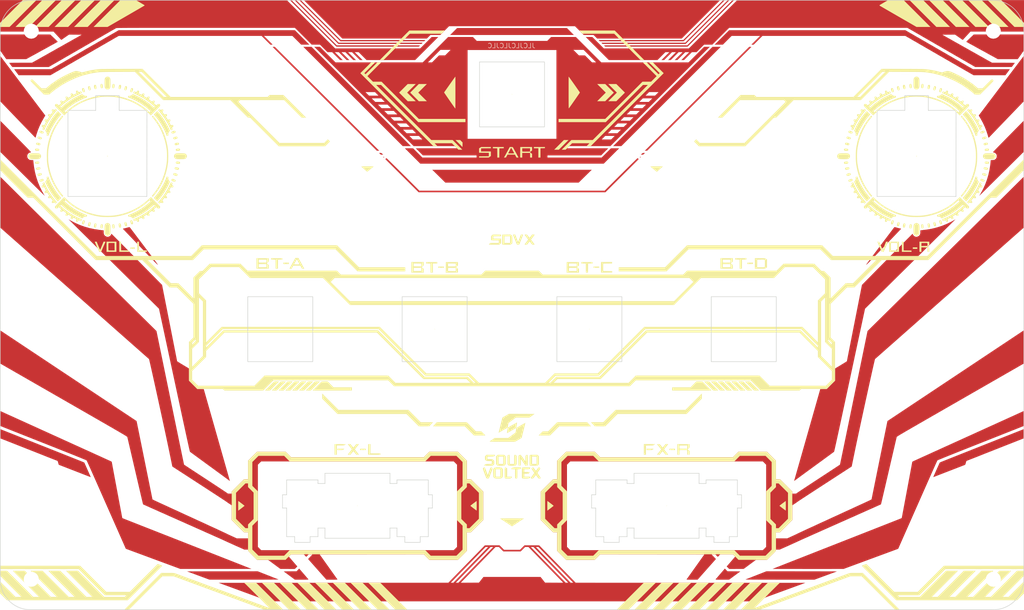
<source format=kicad_pcb>
(kicad_pcb (version 20211014) (generator pcbnew)
  (layers (0 "F.Cu" signal) (31 "B.Cu" signal) (34 "B.Paste" user) (35 "F.Paste" user) (36 "B.SilkS" user "B.Silkscreen") (37 "F.SilkS" user "F.Silkscreen") (38 "B.Mask" user) (39 "F.Mask" user) (44 "Edge.Cuts" user))
  (net 0 "")
  (footprint "Graphics:SDVX-Pico-Plate_F.Mask" (layer "F.Cu") (at 148.14 89.09)
    (fp_text reference "G***" hide)
    (fp_text value "LOGO" hide)
  )
  (footprint "Graphics:SDVX-Pico-Plate_SilkScreen" (layer "F.Cu") (at 148.14 89.09)
    (fp_text reference "G***" hide)
    (fp_text value "LOGO" hide)
  )
  (footprint "Graphics:SDVX-Pico-Plate3_EDGES-MX-CUT" (layer "F.Cu") (at 148.14 89.09)
    (fp_text reference "G***" hide)
    (fp_text value "LOGO" hide)
    (fp_line (start 46.91066 50.04) (end 46.91066 51.28) (layer "Edge.Cuts") (width 0.12))
    (fp_line (start 24.838158 37.79) (end 18.078158 37.79) (layer "Edge.Cuts") (width 0.12))
    (fp_line (start 89.868493 -45.25) (end 89.868493 -42.04) (layer "Edge.Cuts") (width 0.12))
    (fp_line (start 23.138158 50.04) (end 24.838158 50.04) (layer "Edge.Cuts") (width 0.12))
    (fp_line (start -41.89 50.04) (end -41.89 48.19) (layer "Edge.Cuts") (width 0.12))
    (fp_line (start -24.837498 38.56) (end -24.837498 37.79) (layer "Edge.Cuts") (width 0.12))
    (fp_line (start -41.89 37.79) (end -48.65 37.79) (layer "Edge.Cuts") (width 0.12))
    (fp_line (start -48.66 50.04) (end -46.91 50.04) (layer "Edge.Cuts") (width 0.12))
    (fp_line (start 40.380909 50.393935) (end 26.347909 50.393935) (layer "Edge.Cuts") (width 0.12))
    (fp_line (start 19.818158 50.04) (end 19.818158 51.28) (layer "Edge.Cuts") (width 0.12))
    (fp_line (start -40.38 38.56) (end -41.89 38.56) (layer "Edge.Cuts") (width 0.12))
    (fp_line (start 48.65066 41) (end 49.54066 41) (layer "Edge.Cuts") (width 0.12))
    (fp_line (start 41.89066 38.56) (end 41.89066 37.79) (layer "Edge.Cuts") (width 0.12))
    (fp_line (start 84.798493 -42.04) (end 84.798493 -45.25) (layer "Edge.Cuts") (width 0.12))
    (fp_line (start 40.380909 36.359935) (end 40.38066 38.56) (layer "Edge.Cuts") (width 0.12))
    (fp_line (start 49.54066 41) (end 49.54066 43.86) (layer "Edge.Cuts") (width 0.12))
    (fp_line (start -43.59 50.04) (end -41.89 50.04) (layer "Edge.Cuts") (width 0.12))
    (fp_line (start -19.817498 50.04) (end -19.817498 51.28) (layer "Edge.Cuts") (width 0.12))
    (fp_line (start -18.077498 41) (end -17.187498 41) (layer "Edge.Cuts") (width 0.12))
    (fp_line (start 26.347909 36.359935) (end 26.348158 38.56) (layer "Edge.Cuts") (width 0.12))
    (fp_line (start -26.347249 50.393935) (end -40.380249 50.393935) (layer "Edge.Cuts") (width 0.12))
    (fp_line (start -19.817498 51.28) (end -23.137498 51.28) (layer "Edge.Cuts") (width 0.12))
    (fp_line (start -48.65 43.86) (end -48.66 50.04) (layer "Edge.Cuts") (width 0.12))
    (fp_line (start -40.380249 36.359935) (end -40.38 38.56) (layer "Edge.Cuts") (width 0.12))
    (fp_line (start -78.83 -23.45) (end -95.86 -23.45) (layer "Edge.Cuts") (width 0.12))
    (fp_line (start -23.137498 51.28) (end -23.137498 50.04) (layer "Edge.Cuts") (width 0.12))
    (fp_line (start 46.91066 51.28) (end 43.59066 51.28) (layer "Edge.Cuts") (width 0.12))
    (fp_line (start -41.89 48.19) (end -40.38 48.19) (layer "Edge.Cuts") (width 0.12))
    (fp_line (start -49.54 41) (end -49.54 43.86) (layer "Edge.Cuts") (width 0.12))
    (fp_line (start -46.91 51.28) (end -43.59 51.28) (layer "Edge.Cuts") (width 0.12))
    (fp_line (start 110.48027 59.340727) (end 110.48027 -59.239273) (layer "Edge.Cuts") (width 0.12))
    (fp_line (start -89.87 -42.04) (end -89.87 -45.25) (layer "Edge.Cuts") (width 0.12))
    (fp_line (start 95.858493 -42.04) (end 95.838493 -23.45) (layer "Edge.Cuts") (width 0.12))
    (fp_line (start -49.54 43.86) (end -48.65 43.86) (layer "Edge.Cuts") (width 0.12))
    (fp_line (start 26.347909 36.359935) (end 40.380909 36.359935) (layer "Edge.Cuts") (width 0.12))
    (fp_line (start -43.59 51.28) (end -43.59 50.04) (layer "Edge.Cuts") (width 0.12))
    (fp_line (start 89.868493 -42.04) (end 95.858493 -42.04) (layer "Edge.Cuts") (width 0.12))
    (fp_line (start 41.89066 50.04) (end 41.89066 48.19) (layer "Edge.Cuts") (width 0.12))
    (fp_line (start -17.187498 43.86) (end -18.077498 43.86) (layer "Edge.Cuts") (width 0.12))
    (fp_line (start 41.89066 48.19) (end 40.38066 48.19) (layer "Edge.Cuts") (width 0.12))
    (fp_line (start 43.59066 50.04) (end 41.89066 50.04) (layer "Edge.Cuts") (width 0.12))
    (fp_line (start 26.348158 38.56) (end 24.838158 38.56) (layer "Edge.Cuts") (width 0.12))
    (fp_line (start -78.81 -42.04) (end -78.83 -23.45) (layer "Edge.Cuts") (width 0.12))
    (fp_line (start 24.838158 38.56) (end 24.838158 37.79) (layer "Edge.Cuts") (width 0.12))
    (fp_line (start -24.837498 50.04) (end -24.837498 48.19) (layer "Edge.Cuts") (width 0.12))
    (fp_line (start 43.59066 51.28) (end 43.59066 50.04) (layer "Edge.Cuts") (width 0.12))
    (fp_line (start 48.65066 37.79) (end 48.65066 41) (layer "Edge.Cuts") (width 0.12))
    (fp_line (start -103.95973 65.830726) (end 103.894074 65.830727) (layer "Edge.Cuts") (width 0.12))
    (fp_line (start 18.068158 50.04) (end 19.818158 50.04) (layer "Edge.Cuts") (width 0.12))
    (fp_line (start -26.347249 36.359935) (end -26.347498 38.56) (layer "Edge.Cuts") (width 0.12))
    (fp_line (start -26.347498 48.19) (end -26.347249 50.393935) (layer "Edge.Cuts") (width 0.12))
    (fp_line (start -89.87 -45.25) (end -84.8 -45.25) (layer "Edge.Cuts") (width 0.12))
    (fp_line (start -84.8 -45.25) (end -84.8 -42.04) (layer "Edge.Cuts") (width 0.12))
    (fp_line (start 48.65066 43.86) (end 48.66066 50.04) (layer "Edge.Cuts") (width 0.12))
    (fp_line (start 19.818158 51.28) (end 23.138158 51.28) (layer "Edge.Cuts") (width 0.12))
    (fp_line (start 17.188158 41) (end 17.188158 43.86) (layer "Edge.Cuts") (width 0.12))
    (fp_line (start -95.86 -23.45) (end -95.86 -42.04) (layer "Edge.Cuts") (width 0.12))
    (fp_line (start -46.91 50.04) (end -46.91 51.28) (layer "Edge.Cuts") (width 0.12))
    (fp_line (start -48.65 37.79) (end -48.65 41) (layer "Edge.Cuts") (width 0.12))
    (fp_line (start -17.187498 41) (end -17.187498 43.86) (layer "Edge.Cuts") (width 0.12))
    (fp_line (start 48.66066 50.04) (end 46.91066 50.04) (layer "Edge.Cuts") (width 0.12))
    (fp_line (start 40.38066 48.19) (end 40.380909 50.393935) (layer "Edge.Cuts") (width 0.12))
    (fp_line (start 41.89066 37.79) (end 48.65066 37.79) (layer "Edge.Cuts") (width 0.12))
    (fp_line (start -18.077498 43.86) (end -18.067498 50.04) (layer "Edge.Cuts") (width 0.12))
    (fp_line (start 49.54066 43.86) (end 48.65066 43.86) (layer "Edge.Cuts") (width 0.12))
    (fp_line (start 26.348158 48.19) (end 26.347909 50.393935) (layer "Edge.Cuts") (width 0.12))
    (fp_line (start -24.837498 48.19) (end -26.347498 48.19) (layer "Edge.Cuts") (width 0.12))
    (fp_line (start 103.86027 -65.839273) (end -103.88973 -65.839273) (layer "Edge.Cuts") (width 0.12))
    (fp_line (start -40.38 48.19) (end -40.380249 50.393935) (layer "Edge.Cuts") (width 0.12))
    (fp_line (start 84.798493 -45.25) (end 89.868493 -45.25) (layer "Edge.Cuts") (width 0.12))
    (fp_line (start -95.86 -42.04) (end -89.87 -42.04) (layer "Edge.Cuts") (width 0.12))
    (fp_line (start 78.808493 -42.04) (end 84.798493 -42.04) (layer "Edge.Cuts") (width 0.12))
    (fp_line (start 17.188158 43.86) (end 18.078158 43.86) (layer "Edge.Cuts") (width 0.12))
    (fp_line (start 24.838158 50.04) (end 24.838158 48.19) (layer "Edge.Cuts") (width 0.12))
    (fp_line (start 24.838158 48.19) (end 26.348158 48.19) (layer "Edge.Cuts") (width 0.12))
    (fp_line (start 78.808493 -23.45) (end 78.808493 -42.04) (layer "Edge.Cuts") (width 0.12))
    (fp_line (start -18.067498 50.04) (end -19.817498 50.04) (layer "Edge.Cuts") (width 0.12))
    (fp_line (start -18.077498 37.79) (end -18.077498 41) (layer "Edge.Cuts") (width 0.12))
    (fp_line (start -23.137498 50.04) (end -24.837498 50.04) (layer "Edge.Cuts") (width 0.12))
    (fp_line (start 23.138158 51.28) (end 23.138158 50.04) (layer "Edge.Cuts") (width 0.12))
    (fp_line (start 18.078158 37.79) (end 18.078158 41) (layer "Edge.Cuts") (width 0.12))
    (fp_line (start -110.45973 -59.212444) (end -110.459737 59.330727) (layer "Edge.Cuts") (width 0.12))
    (fp_line (start 40.38066 38.56) (end 41.89066 38.56) (layer "Edge.Cuts") (width 0.12))
    (fp_line (start -84.8 -42.04) (end -78.81 -42.04) (layer "Edge.Cuts") (width 0.12))
    (fp_line (start 95.838493 -23.45) (end 78.808493 -23.45) (layer "Edge.Cuts") (width 0.12))
    (fp_line (start -26.347498 38.56) (end -24.837498 38.56) (layer "Edge.Cuts") (width 0.12))
    (fp_line (start -48.65 41) (end -49.54 41) (layer "Edge.Cuts") (width 0.12))
    (fp_line (start -41.89 38.56) (end -41.89 37.79) (layer "Edge.Cuts") (width 0.12))
    (fp_line (start -24.837498 37.79) (end -18.077498 37.79) (layer "Edge.Cuts") (width 0.12))
    (fp_line (start 18.078158 43.86) (end 18.068158 50.04) (layer "Edge.Cuts") (width 0.12))
    (fp_line (start -40.380249 36.359935) (end -26.347249 36.359935) (layer "Edge.Cuts") (width 0.12))
    (fp_line (start 18.078158 41) (end 17.188158 41) (layer "Edge.Cuts") (width 0.12))
    (fp_rect (start -7.016 -52.52) (end 7.017 -38.486) (layer "Edge.Cuts") (width 0.12) (fill none))
    (fp_rect (start 9.6852 -1.79859) (end 23.7182 12.23541) (layer "Edge.Cuts") (width 0.12) (fill none))
    (fp_rect (start -57.042958 -1.798056) (end -43.009958 12.235944) (layer "Edge.Cuts") (width 0.12) (fill none))
    (fp_rect (start -23.71754 -1.79859) (end -9.68454 12.23541) (layer "Edge.Cuts") (width 0.12) (fill none))
    (fp_rect (start 43.010618 -1.79859) (end 57.043618 12.23541) (layer "Edge.Cuts") (width 0.12) (fill none))
    (fp_arc (start 110.48027 59.340727) (mid 108.518444 63.936731) (end 103.894074 65.830727) (layer "Edge.Cuts") (width 0.12))
    (fp_arc (start 103.86027 -65.839273) (mid 108.507074 -63.880128) (end 110.48027 -59.239273) (layer "Edge.Cuts") (width 0.12))
    (fp_arc (start -103.95973 65.830726) (mid -108.555928 63.926923) (end -110.459737 59.330727) (layer "Edge.Cuts") (width 0.12))
    (fp_arc (start -110.45973 -59.212444) (mid -108.523009 -63.862575) (end -103.88973 -65.839273) (layer "Edge.Cuts") (width 0.12))
    (pad "" np_thru_hole circle (at -103.77973 -59.159273) (size 3.2 3.2) (drill 3.2) (layers *.Cu *.Mask))
    (pad "" np_thru_hole circle (at -103.77836 59.250727) (size 3.2 3.2) (drill 3.2) (layers *.Cu *.Mask))
    (pad "" np_thru_hole circle (at 103.90027 -59.159273) (size 3.2 3.2) (drill 3.2) (layers *.Cu *.Mask))
    (pad "" np_thru_hole circle (at -103.77836 59.250727) (size 3.2 3.2) (drill 3.2) (layers *.Cu *.Mask))
    (pad "" np_thru_hole circle (at -103.77973 -59.159273) (size 3.2 3.2) (drill 3.2) (layers *.Cu *.Mask))
    (pad "" np_thru_hole circle (at 103.90027 -59.159273) (size 3.2 3.2) (drill 3.2) (layers *.Cu *.Mask))
    (pad "" np_thru_hole circle (at 103.90164 59.250727) (size 3.2 3.2) (drill 3.2) (layers *.Cu *.Mask))
    (pad "" np_thru_hole circle (at 103.90164 59.250727) (size 3.2 3.2) (drill 3.2) (layers *.Cu *.Mask))
  )
  (footprint "Graphics:SDVX-Pico-Plate_B.Mask" (layer "F.Cu") (at 148.14 89.09)
    (fp_text reference "G***" hide)
    (fp_text value "LOGO" hide)
  )
  (footprint "Graphics:SDVX-Pico-Plate_F.Cu" (layer "F.Cu") (at 148.14 89.09)
    (fp_text reference "G***" hide)
    (fp_text value "LOGO" hide)
    (fp_poly (pts (xy -32.552207 -45.058904) (xy -21.823949 -34.330594) (xy -23.602335 -34.330594) (xy -34.330593 -45.058904) (xy -45.058852 -55.787215) (xy -43.280465 -55.787215)) (layer "F.Cu") (width 0) (fill solid))
    (fp_poly (pts (xy -41.289498 -61.566971) (xy -36.978973 -57.256317) (xy -18.696552 -57.256317) (xy -18.827702 -57.121004) (xy -18.958851 -56.985692) (xy -37.05629 -56.985692) (xy -41.502131 -61.431659) (xy -45.947971 -65.877625) (xy -45.600022 -65.877625)) (layer "F.Cu") (width 0) (fill solid))
    (fp_poly (pts (xy 27.793811 -32.008637) (xy 27.821853 -31.993769) (xy 27.796286 -31.9545) (xy 27.777626 -31.933638) (xy 27.723833 -31.876823) (xy 27.700305 -31.856317) (xy 27.672272 -31.881328) (xy 27.622983 -31.933638) (xy 27.581987 -31.983826) (xy 27.590597 -32.00561) (xy 27.660667 -32.010843) (xy 27.700305 -32.010959)) (layer "F.Cu") (width 0) (fill solid))
    (fp_poly (pts (xy 14.401066 -26.446105) (xy -14.401065 -26.446105) (xy -15.812176 -27.834903) (xy -17.223288 -29.223701) (xy 17.223288 -29.223701)) (layer "F.Cu") (width 0) (fill solid))
    (fp_poly (pts (xy 42.217352 -61.141705) (xy 37.481549 -56.405784) (xy 19.53876 -56.405784) (xy 19.40761 -56.541096) (xy 19.276461 -56.676408) (xy 37.404232 -56.676408) (xy 42.004719 -61.277017) (xy 46.605206 -65.877625) (xy 46.953154 -65.877625)) (layer "F.Cu") (width 0) (fill solid))
    (fp_poly (pts (xy -95.298326 -18.264649) (xy -94.326206 -17.75087) (xy -93.319804 -17.305838) (xy -92.281738 -16.930354) (xy -91.214626 -16.625216) (xy -90.121086 -16.391224) (xy -89.003736 -16.229179) (xy -88.465068 -16.177614) (xy -88.146119 -16.152074) (xy -88.14527 -15.779157) (xy -88.134879 -15.527333) (xy -88.100439 -15.332585) (xy -88.035093 -15.176602) (xy -87.931984 -15.041075) (xy -87.834473 -14.949261) (xy -87.619472 -14.810332) (xy -87.391726 -14.743227) (xy -87.162756 -14.746607) (xy -86.944087 -14.819131) (xy -86.747243 -14.959457) (xy -86.634659 -15.088864) (xy -86.568485 -15.193607) (xy -86.528146 -15.283273) (xy -86.522374 -15.313108) (xy -86.50503 -15.383452) (xy -86.48721 -15.40408) (xy -86.456837 -15.379267) (xy -86.375036 -15.302035) (xy -86.244552 -15.175141) (xy -86.068128 -15.001337) (xy -85.848508 -14.78338) (xy -85.588435 -14.524023) (xy -85.290653 -14.226021) (xy -84.957906 -13.892129) (xy -84.592937 -13.525103) (xy -84.19849 -13.127695) (xy -83.77731 -12.702662) (xy -83.332139 -12.252758) (xy -82.865721 -11.780738) (xy -82.3808 -11.289356) (xy -81.88012 -10.781367) (xy -81.628131 -10.525463) (xy -81.10994 -9.99907) (xy -80.600075 -9.481149) (xy -80.101753 -8.974969) (xy -79.618192 -8.483797) (xy -79.152609 -8.010901) (xy -78.708224 -7.55955) (xy -78.288253 -7.133012) (xy -77.895914 -6.734554) (xy -77.534425 -6.367444) (xy -77.207005 -6.034952) (xy -76.916871 -5.740344) (xy -76.66724 -5.486888) (xy -76.461332 -5.277853) (xy -76.302362 -5.116508) (xy -76.193551 -5.006118) (xy -76.173253 -4.985539) (xy -75.54229 -4.345964) (xy -73.918786 3.879705) (xy -73.763939 4.664413) (xy -73.613103 5.429099) (xy -73.46696 6.170295) (xy -73.326192 6.884535) (xy -73.191479 7.56835) (xy -73.063505 8.218274) (xy -72.942949 8.83084) (xy -72.830494 9.40258) (xy -72.72682 9.930027) (xy -72.63261 10.409714) (xy -72.548545 10.838174) (xy -72.475307 11.211939) (xy -72.413576 11.527543) (xy -72.364035 11.781517) (xy -72.327364 11.970396) (xy -72.304245 12.090711) (xy -72.295361 12.138995) (xy -72.295281 12.139739) (xy -72.26324 12.166609) (xy -72.171903 12.228463) (xy -72.028453 12.320798) (xy -71.840075 12.439112) (xy -71.61395 12.5789) (xy -71.357262 12.735661) (xy -71.077193 12.90489) (xy -71.019482 12.93955) (xy -69.743683 13.704996) (xy -69.743683 16.334711) (xy -68.844523 17.233261) (xy -67.945362 18.131811) (xy -66.552565 18.131811) (xy -63.724631 28.077166) (xy -63.481572 28.932067) (xy -63.244126 29.767437) (xy -63.013156 30.58023) (xy -62.789527 31.367399) (xy -62.5741 32.125898) (xy -62.367741 32.852681) (xy -62.171314 33.5447) (xy -61.985681 34.19891) (xy -61.811707 34.812263) (xy -61.650255 35.381714) (xy -61.50219 35.904216) (xy -61.368375 36.376722) (xy -61.249673 36.796186) (xy -61.146948 37.159561) (xy -61.061065 37.463801) (xy -60.992886 37.705859) (xy -60.943277 37.88269) (xy -60.913099 37.991245) (xy -60.903218 38.028479) (xy -60.903219 38.02848) (xy -60.934398 38.008953) (xy -61.013337 37.951532) (xy -61.126875 37.865939) (xy -61.219026 37.795139) (xy -61.288921 37.742428) (xy -61.417185 37.647179) (xy -61.59971 37.512404) (xy -61.832385 37.341116) (xy -62.1111 37.136328) (xy -62.431746 36.901051) (xy -62.790213 36.638299) (xy -63.182391 36.351084) (xy -63.60417 36.042418) (xy -64.05144 35.715314) (xy -64.520092 35.372784) (xy -65.006015 35.017841) (xy -65.49102 34.663774) (xy -65.984577 34.303444) (xy -66.461474 33.955037) (xy -66.91791 33.621342) (xy -67.350087 33.305146) (xy -67.754205 33.009238) (xy -68.126466 32.736405) (xy -68.463068 32.489434) (xy -68.760215 32.271113) (xy -69.014105 32.084231) (xy -69.22094 31.931574) (xy -69.37692 31.815931) (xy -69.478247 31.740089) (xy -69.52112 31.706836) (xy -69.521757 31.70625) (xy -69.531936 31.681133) (xy -69.550293 31.616691) (xy -69.577162 31.511392) (xy -69.612879 31.363699) (xy -69.657778 31.172079) (xy -69.712194 30.934998) (xy -69.77646 30.65092) (xy -69.850913 30.318311) (xy -69.935886 29.935637) (xy -70.031714 29.501363) (xy -70.138732 29.013955) (xy -70.257274 28.471878) (xy -70.387675 27.873598) (xy -70.53027 27.21758) (xy -70.685393 26.50229) (xy -70.853379 25.726193) (xy -71.034562 24.887755) (xy -71.229278 23.985441) (xy -71.437861 23.017717) (xy -71.660645 21.983048) (xy -71.897965 20.8799) (xy -72.150155 19.706739) (xy -72.417551 18.462029) (xy -72.700487 17.144236) (xy -72.89541 16.235997) (xy -73.126117 15.16091) (xy -73.352722 14.105024) (xy -73.574686 13.07085) (xy -73.79147 12.0609) (xy -74.002534 11.077688) (xy -74.207338 10.123724) (xy -74.405342 9.201521) (xy -74.596006 8.313592) (xy -74.778792 7.462447) (xy -74.953159 6.6506) (xy -75.118567 5.880563) (xy -75.274477 5.154847) (xy -75.420349 4.475964) (xy -75.555644 3.846428) (xy -75.679821 3.268749) (xy -75.792341 2.74544) (xy -75.892664 2.279014) (xy -75.980251 1.871981) (xy -76.054561 1.526855) (xy -76.115056 1.246147) (xy -76.161195 1.03237) (xy -76.192439 0.888035) (xy -76.208248 0.815655) (xy -76.210183 0.807226) (xy -76.238066 0.778513) (xy -76.318922 0.697479) (xy -76.450713 0.566143) (xy -76.631401 0.386521) (xy -76.85895 0.160629) (xy -77.13132 -0.109516) (xy -77.446475 -0.421897) (xy -77.802377 -0.774496) (xy -78.196989 -1.165299) (xy -78.628273 -1.592286) (xy -79.094191 -2.053443) (xy -79.592706 -2.546752) (xy -80.12178 -3.070197) (xy -80.679376 -3.62176) (xy -81.263456 -4.199425) (xy -81.871983 -4.801176) (xy -82.502918 -5.424995) (xy -83.154225 -6.068865) (xy -83.823866 -6.730771) (xy -84.509802 -7.408695) (xy -85.209998 -8.10062) (xy -85.227245 -8.117663) (xy -85.936475 -8.818485) (xy -86.635673 -9.50943) (xy -87.322571 -10.188254) (xy -87.994902 -10.852716) (xy -88.650398 -11.500574) (xy -89.286791 -12.129584) (xy -89.901814 -12.737506) (xy -90.493199 -13.322098) (xy -91.058678 -13.881116) (xy -91.595983 -14.412319) (xy -92.102847 -14.913465) (xy -92.577002 -15.382311) (xy -93.016181 -15.816616) (xy -93.418114 -16.214138) (xy -93.780536 -16.572634) (xy -94.101178 -16.889862) (xy -94.377772 -17.16358) (xy -94.608052 -17.391546) (xy -94.789748 -17.571518) (xy -94.920593 -17.701254) (xy -94.989041 -17.769265) (xy -95.742922 -18.519955)) (layer "F.Cu") (width 0) (fill solid))
    (fp_poly (pts (xy 27.34597 -31.513274) (xy 20.161492 -24.359838) (xy -20.161492 -24.359838) (xy -27.34597 -31.513274) (xy -27.105338 -31.753906) (xy -25.605104 -30.280503) (xy -25.310817 -29.990872) (xy -24.971514 -29.655888) (xy -24.596719 -29.285009) (xy -24.195954 -28.887692) (xy -23.778741 -28.473395) (xy -23.354605 -28.051576) (xy -22.933066 -27.631692) (xy -22.523648 -27.223202) (xy -22.135873 -26.835562) (xy -22.055997 -26.755605) (xy -20.007123 -24.70411) (xy 20.007123 -24.70411) (xy 22.055997 -26.755605) (xy 22.437855 -27.137508) (xy 22.843411 -27.542301) (xy 23.263141 -27.960528) (xy 23.687523 -28.382729) (xy 24.107034 -28.799448) (xy 24.512152 -29.201227) (xy 24.893354 -29.578608) (xy 25.241117 -29.922134) (xy 25.545919 -30.222347) (xy 25.605104 -30.280503) (xy 27.105338 -31.753906)) (layer "F.Cu") (width 0) (fill solid))
    (fp_poly (pts (xy 92.194227 -55.168664) (xy 99.492999 -50.954679) (xy 103.484982 -50.954661) (xy 107.476965 -50.954642) (xy 107.334773 -50.751674) (xy 107.258228 -50.644862) (xy 107.148291 -50.494644) (xy 107.018351 -50.319177) (xy 106.8818 -50.136616) (xy 106.850046 -50.094444) (xy 106.507512 -49.640183) (xy 103.077576 -49.641361) (xy 99.647641 -49.642539) (xy 99.145053 -49.925191) (xy 99.061931 -49.972442) (xy 98.915296 -50.056386) (xy 98.708588 -50.175042) (xy 98.445247 -50.326426) (xy 98.128714 -50.508556) (xy 97.762429 -50.719447) (xy 97.34983 -50.957119) (xy 96.89436 -51.219587) (xy 96.399456 -51.50487) (xy 95.868561 -51.810983) (xy 95.305113 -52.135945) (xy 94.712552 -52.477773) (xy 94.094319 -52.834483) (xy 93.453854 -53.204093) (xy 92.794597 -53.58462) (xy 92.119987 -53.974081) (xy 91.769111 -54.176676) (xy 84.895755 -58.14551) (xy 54.066227 -58.14551) (xy 53.119635 -57.198326) (xy 52.173042 -56.251141) (xy 51.670455 -56.251141) (xy 52.617047 -57.198326) (xy 53.56364 -58.14551) (xy 47.416608 -58.14551) (xy 46.470015 -57.198326) (xy 45.523423 -56.251141) (xy 43.744803 -56.251141) (xy 45.310198 -57.816895) (xy 46.875593 -59.382648) (xy 84.895455 -59.382648)) (layer "F.Cu") (width 0) (fill solid))
    (fp_poly (pts (xy -7.598122 -57.063014) (xy 7.598122 -57.063014) (xy 8.446018 -57.913546) (xy 13.7827 -57.913546) (xy 19.272094 -52.423744) (xy 38.100333 -52.423744) (xy 39.781735 -54.105479) (xy 41.463137 -55.787215) (xy 42.700557 -55.787215) (xy 31.972298 -45.058904) (xy 21.24404 -34.330594) (xy 12.349634 -34.330594) (xy 12.120091 -34.09863) (xy 11.890548 -33.866667) (xy 20.779336 -33.866667) (xy 20.006849 -33.093455) (xy 19.234363 -32.320243) (xy 7.654795 -32.320243) (xy 7.654795 -31.856317) (xy 19.350177 -31.856317) (xy 20.354795 -32.861492) (xy 21.359412 -33.866667) (xy 23.138019 -33.866667) (xy 21.475951 -32.204262) (xy 19.813884 -30.541857) (xy -19.813883 -30.541857) (xy -23.138019 -33.866667) (xy -21.359412 -33.866667) (xy -20.354794 -32.861492) (xy -19.350177 -31.856317) (xy -7.654794 -31.856317) (xy -7.654794 -32.320243) (xy -19.234363 -32.320243) (xy -20.006849 -33.093455) (xy -20.779336 -33.866667) (xy -11.890548 -33.866667) (xy -12.120091 -34.09863) (xy -12.349634 -34.330594) (xy -21.24404 -34.330594) (xy -23.447682 -36.534247) (xy -22.170391 -36.534247) (xy -21.400081 -35.761035) (xy -19.35107 -35.761035) (xy 19.35107 -35.761035) (xy 21.400081 -35.761035) (xy 22.170391 -36.534247) (xy 20.12138 -36.534247) (xy 19.35107 -35.761035) (xy -19.35107 -35.761035) (xy -19.505132 -35.915677) (xy -9.587823 -35.915677) (xy 9.587824 -35.915677) (xy 9.587824 -37.114155) (xy 20.704191 -37.114155) (xy 22.753201 -37.114155) (xy 23.523511 -37.887367) (xy 21.474501 -37.887367) (xy 20.704191 -37.114155) (xy 9.587824 -37.114155) (xy 9.587824 -38.467275) (xy 22.057311 -38.467275) (xy 24.106321 -38.467275) (xy 24.491477 -38.853881) (xy 24.876632 -39.240487) (xy 22.827621 -39.240487) (xy 22.057311 -38.467275) (xy 9.587824 -38.467275) (xy 9.587824 -39.820396) (xy 23.410431 -39.820396) (xy 25.459442 -39.820396) (xy 25.844597 -40.207001) (xy 26.229752 -40.593607) (xy 24.180741 -40.593607) (xy 23.795586 -40.207001) (xy 23.410431 -39.820396) (xy 9.587824 -39.820396) (xy 9.587824 -41.173516) (xy 24.763551 -41.173516) (xy 26.812562 -41.173516) (xy 27.197717 -41.560122) (xy 27.582872 -41.946727) (xy 25.533861 -41.946727) (xy 25.148706 -41.560122) (xy 24.763551 -41.173516) (xy 9.587824 -41.173516) (xy 9.587824 -42.526636) (xy 26.116671 -42.526636) (xy 28.165682 -42.526636) (xy 28.935992 -43.299848) (xy 26.886982 -43.299848) (xy 26.501827 -42.913242) (xy 26.116671 -42.526636) (xy 9.587824 -42.526636) (xy 9.587824 -43.879756) (xy 27.469792 -43.879756) (xy 29.518802 -43.879756) (xy 29.903957 -44.266362) (xy 30.289113 -44.652968) (xy 28.240102 -44.652968) (xy 27.469792 -43.879756) (xy 9.587824 -43.879756) (xy 9.587824 -45.232877) (xy 28.822912 -45.232877) (xy 30.871923 -45.232877) (xy 31.257078 -45.619482) (xy 31.642233 -46.006088) (xy 29.593222 -46.006088) (xy 29.208067 -45.619482) (xy 28.822912 -45.232877) (xy 9.587824 -45.232877) (xy 9.587824 -55.091324) (xy -9.587823 -55.091324) (xy -9.587823 -35.915677) (xy -19.505132 -35.915677) (xy -20.12138 -36.534247) (xy -22.170391 -36.534247) (xy -23.447682 -36.534247) (xy -24.800796 -37.887367) (xy -23.523511 -37.887367) (xy -22.753201 -37.114155) (xy -20.70419 -37.114155) (xy -21.089345 -37.500761) (xy -21.474501 -37.887367) (xy -23.523511 -37.887367) (xy -24.800796 -37.887367) (xy -26.153909 -39.240487) (xy -24.876631 -39.240487) (xy -24.106321 -38.467275) (xy -22.057311 -38.467275) (xy -22.827621 -39.240487) (xy -24.876631 -39.240487) (xy -26.153909 -39.240487) (xy -27.507023 -40.593607) (xy -26.229752 -40.593607) (xy -25.844597 -40.207001) (xy -25.459441 -39.820396) (xy -23.410431 -39.820396) (xy -23.795586 -40.207001) (xy -24.180741 -40.593607) (xy -26.229752 -40.593607) (xy -27.507023 -40.593607) (xy -28.860136 -41.946727) (xy -27.582872 -41.946727) (xy -27.197717 -41.560122) (xy -26.812562 -41.173516) (xy -24.763551 -41.173516) (xy -25.148706 -41.560122) (xy -25.533861 -41.946727) (xy -27.582872 -41.946727) (xy -28.860136 -41.946727) (xy -30.213251 -43.299848) (xy -28.935992 -43.299848) (xy -28.165682 -42.526636) (xy -26.116671 -42.526636) (xy -26.886981 -43.299848) (xy -28.935992 -43.299848) (xy -30.213251 -43.299848) (xy -31.566364 -44.652968) (xy -30.289112 -44.652968) (xy -29.518802 -43.879756) (xy -27.469792 -43.879756) (xy -28.240102 -44.652968) (xy -30.289112 -44.652968) (xy -31.566364 -44.652968) (xy -31.972298 -45.058904) (xy -32.919477 -46.006088) (xy -31.642233 -46.006088) (xy -31.257078 -45.619482) (xy -30.871922 -45.232877) (xy -28.822912 -45.232877) (xy -29.208067 -45.619482) (xy -29.593222 -46.006088) (xy -31.642233 -46.006088) (xy -32.919477 -46.006088) (xy -42.700556 -55.787215) (xy -41.463137 -55.787215) (xy -39.781735 -54.105479) (xy -38.100333 -52.423744) (xy -19.272094 -52.423744) (xy -18.150727 -52.423744) (xy -17.261205 -52.423744) (xy -16.508067 -53.177625) (xy -15.754929 -53.931507) (xy -14.43879 -53.931507) (xy -13.242184 -55.129985) (xy 13.242184 -55.129985) (xy 13.840487 -54.530746) (xy 14.438791 -53.931507) (xy 15.754929 -53.931507) (xy 16.508067 -53.177625) (xy 17.261205 -52.423744) (xy 18.150727 -52.423744) (xy 16.798021 -53.776864) (xy 15.445315 -55.129985) (xy 13.242184 -55.129985) (xy -13.242184 -55.129985) (xy -15.445315 -55.129985) (xy -16.798021 -53.776864) (xy -18.150727 -52.423744) (xy -19.272094 -52.423744) (xy -13.7827 -57.913546) (xy -8.446018 -57.913546)) (layer "F.Cu") (width 0) (fill solid))
    (fp_poly (pts (xy 110.529029 -22.268247) (xy 110.527465 -16.759361) (xy 94.475224 -2.559526) (xy 93.513333 -1.708662) (xy 92.565775 -0.87053) (xy 91.634206 -0.046593) (xy 90.720279 0.761689) (xy 89.825647 1.552855) (xy 88.951965 2.325443) (xy 88.100886 3.07799) (xy 87.274063 3.809037) (xy 86.473152 4.517122) (xy 85.699806 5.200783) (xy 84.955678 5.858558) (xy 84.242422 6.488987) (xy 83.561692 7.090608) (xy 82.915142 7.661959) (xy 82.304426 8.201579) (xy 81.731197 8.708007) (xy 81.19711 9.179781) (xy 80.703818 9.615439) (xy 80.252974 10.013521) (xy 79.846233 10.372565) (xy 79.485249 10.69111) (xy 79.171675 10.967693) (xy 78.907166 11.200855) (xy 78.693374 11.389132) (xy 78.531954 11.531064) (xy 78.424559 11.62519) (xy 78.372844 11.670047) (xy 78.368212 11.673832) (xy 78.353912 11.714881) (xy 78.324189 11.827821) (xy 78.279855 12.008947) (xy 78.221722 12.254552) (xy 78.1506 12.560931) (xy 78.067302 12.924377) (xy 77.972638 13.341186) (xy 77.86742 13.807649) (xy 77.752459 14.320062) (xy 77.628568 14.874719) (xy 77.496557 15.467913) (xy 77.357237 16.095938) (xy 77.211421 16.755089) (xy 77.059919 17.441659) (xy 76.903544 18.151942) (xy 76.743106 18.882233) (xy 76.579417 19.628825) (xy 76.413289 20.388012) (xy 76.245532 21.156088) (xy 76.076958 21.929348) (xy 75.90838 22.704084) (xy 75.740607 23.476592) (xy 75.574452 24.243164) (xy 75.410726 25.000096) (xy 75.25024 25.743681) (xy 75.093807 26.470212) (xy 74.942236 27.175985) (xy 74.796341 27.857292) (xy 74.656931 28.510428) (xy 74.524819 29.131688) (xy 74.400817 29.717363) (xy 74.285734 30.26375) (xy 74.180384 30.767141) (xy 74.085577 31.223832) (xy 74.050832 31.39239) (xy 73.946358 31.90014) (xy 73.846316 32.385872) (xy 73.7518 32.8443) (xy 73.663904 33.27014) (xy 73.583722 33.658109) (xy 73.512348 34.002922) (xy 73.450876 34.299294) (xy 73.4004 34.541941) (xy 73.362014 34.72558) (xy 73.336812 34.844926) (xy 73.325887 34.894694) (xy 73.325531 34.895853) (xy 73.293037 34.91705) (xy 73.198935 34.978243) (xy 73.046472 35.077325) (xy 72.838891 35.212189) (xy 72.579438 35.380727) (xy 72.271359 35.580831) (xy 71.917898 35.810394) (xy 71.522301 36.067309) (xy 71.087812 36.349467) (xy 70.617677 36.654763) (xy 70.115141 36.981088) (xy 69.583449 37.326334) (xy 69.025846 37.688394) (xy 68.445577 38.065162) (xy 67.845888 38.454528) (xy 67.50137 38.678213) (xy 66.891154 39.074559) (xy 66.298027 39.460112) (xy 65.725275 39.832721) (xy 65.176185 40.190238) (xy 64.654043 40.530512) (xy 64.162135 40.851394) (xy 63.703749 41.150734) (xy 63.28217 41.426382) (xy 62.900684 41.67619) (xy 62.562579 41.898007) (xy 62.271141 42.089683) (xy 62.029656 42.249069) (xy 61.841411 42.374016) (xy 61.709691 42.462373) (xy 61.637784 42.511992) (xy 61.624962 42.521943) (xy 61.573773 42.564778) (xy 61.469802 42.640461) (xy 61.325493 42.740319) (xy 61.153291 42.855677) (xy 61.035388 42.932859) (xy 60.503805 43.277725) (xy 60.503805 46.451105) (xy 57.855141 49.098935) (xy 56.985693 49.098935) (xy 56.985693 50.413394) (xy 59.420679 50.413394) (xy 60.493825 49.923745) (xy 60.764101 49.799745) (xy 61.013209 49.684161) (xy 61.231976 49.581349) (xy 61.41123 49.495668) (xy 61.541796 49.431477) (xy 61.614502 49.393134) (xy 61.624962 49.386322) (xy 61.665174 49.365844) (xy 61.772443 49.314642) (xy 61.943535 49.234208) (xy 62.175218 49.126036) (xy 62.464259 48.991617) (xy 62.807424 48.832446) (xy 63.201481 48.650014) (xy 63.643197 48.445815) (xy 64.129338 48.221341) (xy 64.656672 47.978084) (xy 65.221966 47.717539) (xy 65.821987 47.441196) (xy 66.453502 47.15055) (xy 67.113277 46.847093) (xy 67.79808 46.532318) (xy 68.504678 46.207717) (xy 69.229838 45.874784) (xy 69.279757 45.851873) (xy 70.010722 45.51633) (xy 70.725926 45.187918) (xy 71.421957 44.868206) (xy 72.095408 44.558764) (xy 72.742868 44.261161) (xy 73.360928 43.976968) (xy 73.946179 43.707754) (xy 74.495212 43.455088) (xy 75.004617 43.220541) (xy 75.470985 43.005683) (xy 75.890907 42.812083) (xy 76.260972 42.64131) (xy 76.577773 42.494935) (xy 76.8379 42.374528) (xy 77.037943 42.281658) (xy 77.174493 42.217895) (xy 77.243836 42.184957) (xy 77.611111 42.004718) (xy 79.325547 33.538052) (xy 79.486641 32.742604) (xy 79.643688 31.967351) (xy 79.795998 31.215689) (xy 79.942881 30.491015) (xy 80.083648 29.796724) (xy 80.217609 29.136215) (xy 80.344075 28.512882) (xy 80.462354 27.930124) (xy 80.571758 27.391336) (xy 80.671598 26.899914) (xy 80.761182 26.459257) (xy 80.839822 26.072759) (xy 80.906827 25.743818) (xy 80.961508 25.47583) (xy 81.003176 25.272192) (xy 81.031139 25.1363) (xy 81.04471 25.071552) (xy 81.045943 25.066307) (xy 81.078548 25.044456) (xy 81.173065 24.981407) (xy 81.327034 24.878796) (xy 81.537997 24.738262) (xy 81.803492 24.561441) (xy 82.121061 24.349969) (xy 82.488243 24.105484) (xy 82.90258 23.829623) (xy 83.361611 23.524022) (xy 83.862877 23.190319) (xy 84.403918 22.830151) (xy 84.982274 22.445154) (xy 85.595487 22.036966) (xy 86.241095 21.607223) (xy 86.91664 21.157563) (xy 87.619662 20.689622) (xy 88.3477 20.205038) (xy 89.098297 19.705447) (xy 89.868991 19.192486) (xy 90.657323 18.667793) (xy 91.460834 18.133004) (xy 92.277063 17.589756) (xy 93.103552 17.039686) (xy 93.93784 16.484431) (xy 94.777469 15.925629) (xy 95.619977 15.364916) (xy 96.462906 14.803928) (xy 97.303795 14.244304) (xy 98.140186 13.68768) (xy 98.969618 13.135693) (xy 99.789633 12.589979) (xy 100.597769 12.052177) (xy 101.391568 11.523922) (xy 102.16857 11.006852) (xy 102.926315 10.502604) (xy 103.662344 10.012814) (xy 104.374196 9.53912) (xy 105.059413 9.083159) (xy 105.715534 8.646568) (xy 106.340101 8.230983) (xy 106.930652 7.838042) (xy 107.484729 7.469381) (xy 107.999872 7.126637) (xy 108.473621 6.811449) (xy 108.903517 6.525451) (xy 109.2871 6.270282) (xy 109.62191 6.047578) (xy 109.905487 5.858977) (xy 110.135373 5.706114) (xy 110.309107 5.590628) (xy 110.424229 5.514156) (xy 110.47828 5.478333) (xy 110.482268 5.475728) (xy 110.490725 5.484433) (xy 110.498186 5.52398) (xy 110.504704 5.59828) (xy 110.510331 5.711245) (xy 110.515118 5.866785) (xy 110.519117 6.068813) (xy 110.52238 6.321239) (xy 110.524959 6.627975) (xy 110.526906 6.992933) (xy 110.528273 7.420023) (xy 110.52911 7.913158) (xy 110.529471 8.476248) (xy 110.529435 9.034629) (xy 110.528276 12.622679) (xy 96.804579 20.509437) (xy 95.662571 21.165738) (xy 94.585692 21.78464) (xy 93.572026 22.367262) (xy 92.619655 22.91472) (xy 91.726664 23.428132) (xy 90.891136 23.908615) (xy 90.111154 24.357286) (xy 89.384802 24.775263) (xy 88.710163 25.163664) (xy 88.085321 25.523604) (xy 87.508358 25.856203) (xy 86.977359 26.162577) (xy 86.490408 26.443843) (xy 86.045586 26.701119) (xy 85.640978 26.935522) (xy 85.274668 27.14817) (xy 84.944739 27.340179) (xy 84.649273 27.512668) (xy 84.386355 27.666753) (xy 84.154069 27.803552) (xy 83.950497 27.924182) (xy 83.773722 28.029761) (xy 83.62183 28.121405) (xy 83.492902 28.200233) (xy 83.385022 28.267362) (xy 83.296275 28.323908) (xy 83.224742 28.370989) (xy 83.168508 28.409723) (xy 83.125657 28.441227) (xy 83.09427 28.466618) (xy 83.072433 28.487014) (xy 83.058229 28.503532) (xy 83.04974 28.517288) (xy 83.04505 28.529402) (xy 83.044458 28.531507) (xy 83.032123 28.582481) (xy 83.003199 28.705038) (xy 82.958556 28.895437) (xy 82.899066 29.149937) (xy 82.825597 29.464797) (xy 82.739022 29.836274) (xy 82.640209 30.260629) (xy 82.530029 30.734119) (xy 82.409353 31.253004) (xy 82.279051 31.813542) (xy 82.139993 32.411993) (xy 81.99305 33.044615) (xy 81.839091 33.707666) (xy 81.678987 34.397406) (xy 81.513609 35.110094) (xy 81.343826 35.841988) (xy 81.340185 35.857687) (xy 81.170658 36.588144) (xy 81.005611 37.298424) (xy 80.845904 37.98486) (xy 80.692396 38.643787) (xy 80.545948 39.271541) (xy 80.407421 39.864456) (xy 80.277674 40.418867) (xy 80.157569 40.93111) (xy 80.047965 41.397518) (xy 79.949723 41.814427) (xy 79.863703 42.178172) (xy 79.790765 42.485087) (xy 79.73177 42.731508) (xy 79.687578 42.91377) (xy 79.659049 43.028207) (xy 79.647044 43.071153) (xy 79.646898 43.071355) (xy 79.60979 43.088874) (xy 79.505017 43.13646) (xy 79.335572 43.212777) (xy 79.104447 43.316492) (xy 78.814635 43.446268) (xy 78.469129 43.600771) (xy 78.070921 43.778667) (xy 77.623005 43.978621) (xy 77.128374 44.199299) (xy 76.590019 44.439364) (xy 76.010933 44.697484) (xy 75.394111 44.972322) (xy 74.742543 45.262545) (xy 74.059223 45.566817) (xy 73.347144 45.883804) (xy 72.609299 46.212171) (xy 71.848679 46.550584) (xy 71.068279 46.897707) (xy 70.729528 47.048356) (xy 69.94006 47.3995) (xy 69.168311 47.742901) (xy 68.417324 48.0772) (xy 67.690142 48.401039) (xy 66.989806 48.713059) (xy 66.31936 49.0119) (xy 65.681845 49.296204) (xy 65.080304 49.564611) (xy 64.51778 49.815762) (xy 63.997315 50.048299) (xy 63.521952 50.260862) (xy 63.094732 50.452092) (xy 62.718699 50.620631) (xy 62.396895 50.765119) (xy 62.132361 50.884198) (xy 61.928142 50.976507) (xy 61.787278 51.040689) (xy 61.712813 51.075384) (xy 61.702283 51.080712) (xy 61.64167 51.111165) (xy 61.517496 51.169797) (xy 61.336854 51.253377) (xy 61.106837 51.358674) (xy 60.83454 51.482459) (xy 60.527055 51.621501) (xy 60.191477 51.772569) (xy 59.834897 51.932434) (xy 59.674949 52.003938) (xy 57.782926 52.849011) (xy 56.985693 52.849011) (xy 56.985693 52.974379) (xy 56.981187 53.0122) (xy 56.964192 53.056108) (xy 56.929487 53.111995) (xy 56.871853 53.185755) (xy 56.786069 53.283281) (xy 56.666917 53.410466) (xy 56.509177 53.573204) (xy 56.307629 53.777387) (xy 56.057054 54.028908) (xy 56.009797 54.076205) (xy 55.033902 55.052664) (xy 52.671424 55.052664) (xy 51.339441 56.037712) (xy 50.007458 57.022761) (xy 46.873878 57.024353) (xy 46.338718 56.485061) (xy 46.417551 56.397097) (xy 46.461213 56.347214) (xy 46.548681 56.246314) (xy 46.673372 56.102025) (xy 46.828702 55.921976) (xy 47.008089 55.713797) (xy 47.204947 55.485118) (xy 47.338832 55.329473) (xy 48.18128 54.349814) (xy 47.935669 54.102) (xy 47.690057 53.854186) (xy 44.94927 53.854186) (xy 44.685541 54.134475) (xy 44.421813 54.414764) (xy 44.145106 54.133225) (xy 43.868399 53.851685) (xy 43.469939 53.862601) (xy 43.07148 53.873516) (xy 44.02563 54.88158) (xy 42.04866 57.111835) (xy 40.07169 59.342089) (xy 38.861265 59.343039) (xy 38.5099 59.34268) (xy 38.229657 59.340832) (xy 38.014347 59.337253) (xy 37.857778 59.331702) (xy 37.753763 59.323935) (xy 37.696111 59.313713) (xy 37.678633 59.300791) (xy 37.679959 59.296873) (xy 37.706292 59.258885) (xy 37.774113 59.162552) (xy 37.880107 59.012548) (xy 38.020959 58.81355) (xy 38.193356 58.57023) (xy 38.393983 58.287265) (xy 38.619527 57.969328) (xy 38.866673 57.621094) (xy 39.132107 57.247238) (xy 39.412516 56.852435) (xy 39.619116 56.561637) (xy 41.529154 53.873516) (xy 19.041346 53.854054) (xy 17.840978 55.052664) (xy 11.695383 55.052664) (xy 10.718924 54.076768) (xy 9.742466 53.100873) (xy 9.742466 52.248319) (xy 11.868798 52.248319) (xy 12.225644 52.606656) (xy 12.582491 52.964992) (xy 54.142687 52.964992) (xy 54.501024 52.608146) (xy 54.859361 52.251299) (xy 54.859361 34.506019) (xy 54.502514 34.147682) (xy 54.145667 33.789346) (xy 12.585471 33.789346) (xy 12.227134 34.146192) (xy 11.868798 34.503039) (xy 11.868798 52.248319) (xy 9.742466 52.248319) (xy 9.742466 49.098935) (xy 8.872183 49.098935) (xy 6.224353 46.450271) (xy 6.224353 40.304067) (xy 8.872183 37.655403) (xy 9.742466 37.655403) (xy 9.742466 33.653465) (xy 10.718924 32.67757) (xy 11.695383 31.701674) (xy 17.842793 31.701674) (xy 19.039399 32.900152) (xy 47.688759 32.900152) (xy 48.287063 32.300913) (xy 48.885366 31.701674) (xy 55.033902 31.701674) (xy 56.009797 32.678133) (xy 56.985693 33.654591) (xy 56.985693 37.655403) (xy 57.855976 37.655403) (xy 59.179891 38.979735) (xy 60.503805 40.304067) (xy 60.503805 40.74825) (xy 60.930829 40.74825) (xy 61.119331 40.747212) (xy 61.247263 40.742025) (xy 61.331366 40.729582) (xy 61.388384 40.706775) (xy 61.435061 40.670495) (xy 61.455188 40.650915) (xy 61.498537 40.618563) (xy 61.602872 40.546379) (xy 61.764462 40.436835) (xy 61.979571 40.292404) (xy 62.244466 40.115561) (xy 62.555413 39.908779) (xy 62.90868 39.674529) (xy 63.300531 39.415287) (xy 63.727234 39.133525) (xy 64.185054 38.831716) (xy 64.670259 38.512334) (xy 65.179115 38.177852) (xy 65.707887 37.830743) (xy 66.160356 37.53408) (xy 66.70128 37.179562) (xy 67.224519 36.836534) (xy 67.726417 36.507396) (xy 68.203321 36.194549) (xy 68.651576 35.900394) (xy 69.067527 35.627332) (xy 69.44752 35.377763) (xy 69.7879 35.154088) (xy 70.085012 34.958708) (xy 70.335203 34.794023) (xy 70.534818 34.662434) (xy 70.680201 34.566343) (xy 70.767699 34.508149) (xy 70.793864 34.490243) (xy 70.803415 34.451034) (xy 70.827968 34.338686) (xy 70.866986 34.155804) (xy 70.919929 33.904991) (xy 70.986258 33.588852) (xy 71.065435 33.209991) (xy 71.156921 32.771013) (xy 71.260176 32.274521) (xy 71.374661 31.723119) (xy 71.499839 31.119412) (xy 71.63517 30.466005) (xy 71.780114 29.7655) (xy 71.934133 29.020504) (xy 72.096689 28.233618) (xy 72.267241 27.407449) (xy 72.445252 26.5446) (xy 72.630182 25.647675) (xy 72.821492 24.719279) (xy 73.018644 23.762015) (xy 73.221099 22.778488) (xy 73.428316 21.771303) (xy 73.639759 20.743063) (xy 73.78314 20.04551) (xy 76.74674 5.625114) (xy 77.584862 4.789312) (xy 77.670779 4.703949) (xy 77.809783 4.566268) (xy 77.999891 4.378223) (xy 78.239119 4.141772) (xy 78.525485 3.85887) (xy 78.857004 3.531475) (xy 79.231695 3.161543) (xy 79.647574 2.75103) (xy 80.102658 2.301893) (xy 80.594964 1.816088) (xy 81.122508 1.295572) (xy 81.683308 0.742301) (xy 82.27538 0.158231) (xy 82.896741 -0.454681) (xy 83.545409 -1.094478) (xy 84.2194 -1.759205) (xy 84.91673 -2.446904) (xy 85.635417 -3.155619) (xy 86.373478 -3.883394) (xy 87.12893 -4.628273) (xy 87.899788 -5.388298) (xy 88.684071 -6.161514) (xy 89.479796 -6.945964) (xy 89.924505 -7.384353) (xy 90.753149 -8.201291) (xy 91.583541 -9.020118) (xy 92.413093 -9.838278) (xy 93.239216 -10.653212) (xy 94.059319 -11.462361) (xy 94.870815 -12.263168) (xy 95.671114 -13.053075) (xy 96.457626 -13.829522) (xy 97.227763 -14.589953) (xy 97.978935 -15.331808) (xy 98.708554 -16.05253) (xy 99.414029 -16.74956) (xy 100.092772 -17.420341) (xy 100.742194 -18.062314) (xy 101.359706 -18.672921) (xy 101.942717 -19.249604) (xy 102.48864 -19.789804) (xy 102.994884 -20.290964) (xy 103.458862 -20.750525) (xy 103.877982 -21.16593) (xy 104.249657 -21.534619) (xy 104.571298 -21.854035) (xy 104.828158 -22.109516) (xy 105.281543 -22.560881) (xy 105.736839 -23.014069) (xy 106.189096 -23.464155) (xy 106.633365 -23.906217) (xy 107.064694 -24.335331) (xy 107.478134 -24.746574) (xy 107.868734 -25.135022) (xy 108.231543 -25.495753) (xy 108.561613 -25.823842) (xy 108.853991 -26.114366) (xy 109.103728 -26.362403) (xy 109.305874 -26.563029) (xy 109.380442 -26.636975) (xy 110.530594 -27.777134)) (layer "F.Cu") (width 0) (fill solid))
    (fp_poly (pts (xy -45.310198 -57.816895) (xy -43.744802 -56.251141) (xy -45.523423 -56.251141) (xy -46.470015 -57.198326) (xy -47.416607 -58.14551) (xy -53.563639 -58.14551) (xy -52.617047 -57.198326) (xy -51.670455 -56.251141) (xy -52.173042 -56.251141) (xy -53.119635 -57.198326) (xy -54.066227 -58.14551) (xy -84.895504 -58.14551) (xy -91.981618 -54.055299) (xy -92.669918 -53.658046) (xy -93.342784 -53.269789) (xy -93.996958 -52.892401) (xy -94.629186 -52.527759) (xy -95.236212 -52.177738) (xy -95.814779 -51.844213) (xy -96.361632 -51.529058) (xy -96.873516 -51.234149) (xy -97.347173 -50.961362) (xy -97.77935 -50.712571) (xy -98.166789 -50.489651) (xy -98.506235 -50.294478) (xy -98.794432 -50.128926) (xy -99.028125 -49.994871) (xy -99.204057 -49.894189) (xy -99.318973 -49.828753) (xy -99.36553 -49.802636) (xy -99.663329 -49.640183) (xy -106.507512 -49.640183) (xy -106.850046 -50.094444) (xy -106.986203 -50.276031) (xy -107.118912 -50.454811) (xy -107.23478 -50.612629) (xy -107.320418 -50.731328) (xy -107.334773 -50.751674) (xy -107.476965 -50.954642) (xy -103.484982 -50.954661) (xy -99.492998 -50.954679) (xy -92.194227 -55.168664) (xy -84.895455 -59.382648) (xy -46.875593 -59.382648)) (layer "F.Cu") (width 0) (fill solid))
    (fp_poly (pts (xy 110.530196 -56.744064) (xy 110.529799 -55.033333) (xy 109.949584 -54.204858) (xy 109.787984 -53.974546) (xy 109.636005 -53.758756) (xy 109.500807 -53.567595) (xy 109.389555 -53.411168) (xy 109.309408 -53.299579) (xy 109.271454 -53.248009) (xy 109.173538 -53.119635) (xy 104.865538 -53.119635) (xy 101.483378 -54.978729) (xy 101.010085 -55.239011) (xy 100.555856 -55.489051) (xy 100.125288 -55.726306) (xy 99.722979 -55.948231) (xy 99.353529 -56.15228) (xy 99.021535 -56.33591) (xy 98.731596 -56.496574) (xy 98.48831 -56.63173) (xy 98.296277 -56.738831) (xy 98.160093 -56.815333) (xy 98.084359 -56.858692) (xy 98.069868 -56.86772) (xy 98.088864 -56.900731) (xy 98.15784 -56.979543) (xy 98.270116 -57.097344) (xy 98.41901 -57.247325) (xy 98.597842 -57.422671) (xy 98.79993 -57.616574) (xy 98.862409 -57.675754) (xy 99.686301 -58.453892) (xy 105.108448 -58.454343) (xy 110.530594 -58.454794)) (layer "F.Cu") (width 0) (fill solid))
    (fp_poly (pts (xy 46.225168 57.232308) (xy 46.502238 57.525969) (xy 49.297286 57.546271) (xy 48.080918 58.445129) (xy 46.86455 59.343988) (xy 45.389562 59.343988) (xy 45.012906 59.34381) (xy 44.706595 59.343063) (xy 44.463655 59.341423) (xy 44.277111 59.338568) (xy 44.139988 59.334177) (xy 44.045311 59.327927) (xy 43.986105 59.319496) (xy 43.955395 59.308562) (xy 43.946206 59.294802) (xy 43.951563 59.277895) (xy 43.951744 59.27757) (xy 43.984621 59.23425) (xy 44.062394 59.139255) (xy 44.179336 58.99936) (xy 44.329721 58.821336) (xy 44.507824 58.611956) (xy 44.70792 58.377993) (xy 44.924281 58.126219) (xy 44.968506 58.074899) (xy 45.948098 56.938646)) (layer "F.Cu") (width 0) (fill solid))
    (fp_poly (pts (xy -48.042503 -52.638374) (xy -47.741229 -52.339248) (xy -47.388623 -51.988891) (xy -46.988084 -51.590688) (xy -46.543013 -51.148027) (xy -46.056809 -50.664293) (xy -45.532871 -50.142872) (xy -44.974599 -49.587151) (xy -44.385393 -49.000514) (xy -43.768653 -48.386349) (xy -43.127777 -47.748041) (xy -42.466166 -47.088976) (xy -41.787219 -46.412541) (xy -41.094336 -45.72212) (xy -40.390916 -45.021102) (xy -39.680359 -44.31287) (xy -38.966065 -43.600812) (xy -38.251433 -42.888313) (xy -37.539863 -42.17876) (xy -36.834754 -41.475538) (xy -36.76621 -41.407171) (xy -28.666819 -33.32865) (xy -28.918113 -33.32874) (xy -29.169406 -33.328831) (xy -40.427038 -44.548358) (xy -51.684669 -55.767884) (xy -51.452037 -55.77947) (xy -51.219404 -55.791056)) (layer "F.Cu") (width 0) (fill solid))
    (fp_poly (pts (xy 70.163383 57.546271) (xy 67.728851 58.445129) (xy 65.294318 59.343988) (xy 57.805531 59.341371) (xy 56.908038 59.340876) (xy 56.059346 59.340042) (xy 55.261493 59.338878) (xy 54.516514 59.337396) (xy 53.826447 59.335606) (xy 53.193329 59.333519) (xy 52.619196 59.331145) (xy 52.106086 59.328495) (xy 51.656035 59.325579) (xy 51.271081 59.322407) (xy 50.953261 59.318991) (xy 50.70461 59.315341) (xy 50.527167 59.311466) (xy 50.422968 59.307379) (xy 50.394051 59.303089) (xy 50.394064 59.303083) (xy 50.443031 59.282919) (xy 50.557559 59.237076) (xy 50.731219 59.168093) (xy 50.957583 59.078508) (xy 51.230223 58.970859) (xy 51.54271 58.847683) (xy 51.888617 58.711519) (xy 52.261514 58.564904) (xy 52.654973 58.410377) (xy 52.688849 58.39708) (xy 54.906313 57.526749)) (layer "F.Cu") (width 0) (fill solid))
    (fp_poly (pts (xy -82.540032 -16.82933) (xy -82.507455 -16.788056) (xy -82.42864 -16.685325) (xy -82.303835 -16.521463) (xy -82.133287 -16.296799) (xy -81.917246 -16.011661) (xy -81.655958 -15.666378) (xy -81.349673 -15.261277) (xy -80.998637 -14.796686) (xy -80.603101 -14.272934) (xy -80.163311 -13.690349) (xy -79.679516 -13.049259) (xy -79.151963 -12.349991) (xy -79.036869 -12.197412) (xy -78.590513 -11.60517) (xy -78.190108 -11.072826) (xy -77.834569 -10.598913) (xy -77.522811 -10.18196) (xy -77.253749 -9.820498) (xy -77.026298 -9.513058) (xy -76.839373 -9.25817) (xy -76.691889 -9.054364) (xy -76.582761 -8.900171) (xy -76.510904 -8.794122) (xy -76.475233 -8.734747) (xy -76.470624 -8.721893) (xy -76.478751 -8.70325) (xy -76.506556 -8.710363) (xy -76.559178 -8.747878) (xy -76.641754 -8.82044) (xy -76.759423 -8.932697) (xy -76.917322 -9.089293) (xy -77.12059 -9.294875) (xy -77.248165 -9.424968) (xy -77.401945 -9.582642) (xy -77.595019 -9.781515) (xy -77.823526 -10.01756) (xy -78.083607 -10.286753) (xy -78.371399 -10.585067) (xy -78.683044 -10.908477) (xy -79.01468 -11.252956) (xy -79.362446 -11.61448) (xy -79.722482 -11.989022) (xy -80.090927 -12.372556) (xy -80.463921 -12.761056) (xy -80.837603 -13.150498) (xy -81.208113 -13.536854) (xy -81.571589 -13.916099) (xy -81.924172 -14.284208) (xy -82.262001 -14.637154) (xy -82.581214 -14.970912) (xy -82.877952 -15.281456) (xy -83.148354 -15.564761) (xy -83.388559 -15.816799) (xy -83.594707 -16.033546) (xy -83.762936 -16.210976) (xy -83.889387 -16.345062) (xy -83.970199 -16.43178) (xy -84.001512 -16.467103) (xy -84.001749 -16.467545) (xy -83.97499 -16.493101) (xy -83.893902 -16.519124) (xy -83.847107 -16.528395) (xy -83.749771 -16.548655) (xy -83.596557 -16.585223) (xy -83.406025 -16.633476) (xy -83.196729 -16.688791) (xy -83.12449 -16.708413) (xy -82.927948 -16.759711) (xy -82.758027 -16.799374) (xy -82.628453 -16.824563) (xy -82.552952 -16.832438)) (layer "F.Cu") (width 0) (fill solid))
    (fp_poly (pts (xy 110.530594 -59.073364) (xy 98.978144 -59.073364) (xy 98.138543 -58.165607) (xy 97.298943 -57.25785) (xy 97.00419 -57.464759) (xy 96.866874 -57.560984) (xy 96.685632 -57.687751) (xy 96.479989 -57.831416) (xy 96.26947 -57.978334) (xy 96.174742 -58.044386) (xy 95.640047 -58.417104) (xy 92.888197 -58.396804) (xy 98.258939 -55.371732) (xy 103.62968 -52.346661) (xy 106.097514 -52.346542) (xy 106.526045 -52.346039) (xy 106.930576 -52.344629) (xy 107.304676 -52.342395) (xy 107.641909 -52.33942) (xy 107.935844 -52.335787) (xy 108.180047 -52.33158) (xy 108.368085 -52.326882) (xy 108.493523 -52.321778) (xy 108.54993 -52.316348) (xy 108.552461 -52.314734) (xy 108.525507 -52.273964) (xy 108.460391 -52.183863) (xy 108.365981 -52.056476) (xy 108.251143 -51.903846) (xy 108.210959 -51.850892) (xy 107.882344 -51.418738) (xy 103.938965 -51.421518) (xy 99.995586 -51.424297) (xy 93.210655 -55.345901) (xy 92.533289 -55.737392) (xy 91.869129 -56.121217) (xy 91.221665 -56.49536) (xy 90.594387 -56.857806) (xy 89.990785 -57.206538) (xy 89.414349 -57.539542) (xy 88.86857 -57.854801) (xy 88.356938 -58.1503) (xy 87.882943 -58.424024) (xy 87.450075 -58.673956) (xy 87.061825 -58.898081) (xy 86.721682 -59.094384) (xy 86.433138 -59.260849) (xy 86.199681 -59.395459) (xy 86.024803 -59.496201) (xy 85.911993 -59.561057) (xy 85.885258 -59.576371) (xy 85.344792 -59.885236) (xy 46.875643 -59.885236) (xy 45.058904 -58.068189) (xy 43.242166 -56.251141) (xy 41.46278 -56.251141) (xy 40.651598 -55.439269) (xy 39.840417 -54.627397) (xy 38.833892 -54.627397) (xy 37.984018 -53.776864) (xy 37.134145 -52.926332) (xy 36.554236 -52.926332) (xy 37.40411 -53.776864) (xy 38.253983 -54.627397) (xy 37.403451 -54.627397) (xy 36.553577 -53.776864) (xy 35.703703 -52.926332) (xy 35.123795 -52.926332) (xy 35.973668 -53.776864) (xy 36.823542 -54.627397) (xy 35.973009 -54.627397) (xy 35.123136 -53.776864) (xy 34.273262 -52.926332) (xy 33.693353 -52.926332) (xy 34.543227 -53.776864) (xy 35.393101 -54.627397) (xy 34.542568 -54.627397) (xy 33.692694 -53.776864) (xy 32.842821 -52.926332) (xy 32.262912 -52.926332) (xy 33.112785 -53.776864) (xy 33.962659 -54.627397) (xy 33.112126 -54.627397) (xy 32.262253 -53.776864) (xy 31.412379 -52.926332) (xy 20.895818 -52.926332) (xy 18.402435 -55.419939) (xy 15.909053 -57.913546) (xy 17.339723 -57.913546) (xy 18.576408 -56.676408) (xy 19.813093 -55.439269) (xy 38.177429 -55.439269) (xy 43.396499 -60.658447) (xy 48.61557 -65.877625) (xy 110.530594 -65.877625)) (layer "F.Cu") (width 0) (fill solid))
    (fp_poly (pts (xy 28.512177 -32.668189) (xy 28.410022 -32.567257) (xy 28.334467 -32.509493) (xy 28.257981 -32.482851) (xy 28.153038 -32.475283) (xy 28.070487 -32.474886) (xy 27.819193 -32.474886) (xy 28.009589 -32.668189) (xy 28.111743 -32.769121) (xy 28.187299 -32.826884) (xy 28.263784 -32.853526) (xy 28.368727 -32.861094) (xy 28.451279 -32.861492) (xy 28.702573 -32.861492)) (layer "F.Cu") (width 0) (fill solid))
    (fp_poly (pts (xy 42.932572 -60.85175) (xy 37.906809 -55.825875) (xy 20.118669 -55.825875) (xy 19.987519 -55.961187) (xy 19.85637 -56.096499) (xy 37.829491 -56.096499) (xy 42.719939 -60.987062) (xy 47.610388 -65.877625) (xy 47.958336 -65.877625)) (layer "F.Cu") (width 0) (fill solid))
    (fp_poly (pts (xy 110.494523 22.908585) (xy 110.504632 22.952586) (xy 110.512763 23.036579) (xy 110.519084 23.166249) (xy 110.523764 23.34728) (xy 110.526972 23.585356) (xy 110.528875 23.88616) (xy 110.529643 24.255378) (xy 110.529638 24.497005) (xy 110.528682 26.115221) (xy 101.207109 29.807306) (xy 100.129981 30.234102) (xy 99.123826 30.633128) (xy 98.187613 31.004798) (xy 97.320312 31.349527) (xy 96.520893 31.667727) (xy 95.788328 31.959814) (xy 95.121586 32.226202) (xy 94.519637 32.467304) (xy 93.981453 32.683535) (xy 93.506002 32.875309) (xy 93.092257 33.043041) (xy 92.739185 33.187143) (xy 92.445759 33.308031) (xy 92.210949 33.406119) (xy 92.033724 33.481821) (xy 91.913055 33.53555) (xy 91.847913 33.567721) (xy 91.835135 33.576712) (xy 91.806049 33.632936) (xy 91.746401 33.759044) (xy 91.656615 33.954083) (xy 91.537118 34.217097) (xy 91.388334 34.547132) (xy 91.210688 34.943232) (xy 91.004606 35.404442) (xy 90.770511 35.929808) (xy 90.508831 36.518373) (xy 90.219988 37.169184) (xy 89.904409 37.881285) (xy 89.562519 38.653721) (xy 89.194742 39.485537) (xy 88.801504 40.375779) (xy 88.38323 41.32349) (xy 87.94639 42.314003) (xy 87.85 42.532462) (xy 87.757747 42.741221) (xy 87.676963 42.923715) (xy 87.614978 43.063381) (xy 87.58711 43.125875) (xy 87.544301 43.22198) (xy 87.471122 43.38693) (xy 87.3675 43.62089) (xy 87.233363 43.924024) (xy 87.068639 44.296493) (xy 86.873256 44.738464) (xy 86.647141 45.250098) (xy 86.390222 45.83156) (xy 86.102427 46.483013) (xy 85.783683 47.204621) (xy 85.433917 47.996548) (xy 85.053059 48.858957) (xy 84.8118 49.405294) (xy 83.370519 52.669188) (xy 71.580061 57.023554) (xy 63.909158 57.023954) (xy 63.145274 57.023912) (xy 62.402394 57.023713) (xy 61.684182 57.023363) (xy 60.9943 57.02287) (xy 60.336414 57.022241) (xy 59.714188 57.021486) (xy 59.131285 57.02061) (xy 58.59137 57.019622) (xy 58.098106 57.018529) (xy 57.655158 57.017339) (xy 57.26619 57.01606) (xy 56.934866 57.014699) (xy 56.664849 57.013264) (xy 56.459805 57.011762) (xy 56.323396 57.010202) (xy 56.259287 57.008591) (xy 56.254626 57.007982) (xy 56.291386 56.992823) (xy 56.397653 56.950366) (xy 56.570964 56.881578) (xy 56.808858 56.78743) (xy 57.108871 56.668891) (xy 57.468543 56.526931) (xy 57.885411 56.362517) (xy 58.357013 56.17662) (xy 58.880886 55.970209) (xy 59.454569 55.744253) (xy 60.0756 55.499721) (xy 60.741516 55.237583) (xy 61.449856 54.958807) (xy 62.198156 54.664364) (xy 62.983957 54.355221) (xy 63.804794 54.032349) (xy 64.658206 53.696717) (xy 65.541731 53.349293) (xy 66.452907 52.991048) (xy 67.389271 52.62295) (xy 68.348362 52.245969) (xy 69.327718 51.861073) (xy 70.091891 51.560781) (xy 71.086064 51.170109) (xy 72.062284 50.786457) (xy 73.018069 50.4108) (xy 73.950935 50.044117) (xy 74.858398 49.687384) (xy 75.737976 49.341578) (xy 76.587185 49.007677) (xy 77.403541 48.686656) (xy 78.184563 48.379495) (xy 78.927766 48.087168) (xy 79.630667 47.810654) (xy 80.290783 47.550929) (xy 80.905631 47.308971) (xy 81.472727 47.085756) (xy 81.989588 46.882261) (xy 82.453732 46.699464) (xy 82.862674 46.538341) (xy 83.213931 46.39987) (xy 83.50502 46.285028) (xy 83.733459 46.194791) (xy 83.896763 46.130137) (xy 83.992449 46.092042) (xy 84.018359 46.081483) (xy 84.100576 46.027093) (xy 84.142384 45.971226) (xy 84.15069 45.92948) (xy 84.172264 45.816681) (xy 84.206178 45.637782) (xy 84.251504 45.397739) (xy 84.307315 45.101505) (xy 84.372683 44.754033) (xy 84.446681 44.360278) (xy 84.528382 43.925194) (xy 84.616858 43.453735) (xy 84.711181 42.950854) (xy 84.810425 42.421506) (xy 84.913662 41.870646) (xy 85.019965 41.303225) (xy 85.128406 40.7242) (xy 85.238057 40.138523) (xy 85.347991 39.551149) (xy 85.457282 38.967032) (xy 85.565001 38.391125) (xy 85.670221 37.828383) (xy 85.772014 37.283759) (xy 85.869454 36.762209) (xy 85.961612 36.268685) (xy 86.047562 35.808141) (xy 86.126375 35.385532) (xy 86.197125 35.005811) (xy 86.258884 34.673934) (xy 86.310725 34.394852) (xy 86.35172 34.173521) (xy 86.380942 34.014895) (xy 86.391099 33.959264) (xy 86.431025 33.8606) (xy 86.521481 33.787976) (xy 86.55462 33.77095) (xy 86.598396 33.750814) (xy 86.70931 33.700184) (xy 86.884225 33.620485) (xy 87.120003 33.513142) (xy 87.413509 33.37958) (xy 87.761607 33.221225) (xy 88.161158 33.039502) (xy 88.609028 32.835836) (xy 89.102078 32.611651) (xy 89.637174 32.368374) (xy 90.211177 32.10743) (xy 90.820953 31.830243) (xy 91.463363 31.538238) (xy 92.135271 31.232842) (xy 92.833541 30.915479) (xy 93.555037 30.587574) (xy 94.296621 30.250553) (xy 95.055157 29.90584) (xy 95.827508 29.554861) (xy 96.610539 29.199041) (xy 97.401111 28.839805) (xy 98.19609 28.478579) (xy 98.992337 28.116787) (xy 99.786718 27.755855) (xy 100.576094 27.397208) (xy 101.357329 27.04227) (xy 102.127288 26.692468) (xy 102.882832 26.349227) (xy 103.620827 26.013971) (xy 104.338134 25.688125) (xy 105.031618 25.373116) (xy 105.698142 25.070368) (xy 106.334569 24.781306) (xy 106.937763 24.507355) (xy 107.504587 24.249941) (xy 108.031905 24.010489) (xy 108.516579 23.790424) (xy 108.955475 23.591171) (xy 109.345454 23.414155) (xy 109.68338 23.260802) (xy 109.966117 23.132536) (xy 110.190528 23.030783) (xy 110.353477 22.956968) (xy 110.451827 22.912517) (xy 110.482268 22.898893)) (layer "F.Cu") (width 0) (fill solid))
    (fp_poly (pts (xy -38.177428 -55.439269) (xy -19.813093 -55.439269) (xy -18.576408 -56.676408) (xy -17.339722 -57.913546) (xy -15.909053 -57.913546) (xy -18.402435 -55.419939) (xy -20.895818 -52.926332) (xy -31.412379 -52.926332) (xy -32.262253 -53.776864) (xy -33.112126 -54.627397) (xy -33.962659 -54.627397) (xy -33.112785 -53.776864) (xy -32.262912 -52.926332) (xy -32.84282 -52.926332) (xy -33.692694 -53.776864) (xy -34.542568 -54.627397) (xy -35.3931 -54.627397) (xy -34.543227 -53.776864) (xy -33.693353 -52.926332) (xy -34.273262 -52.926332) (xy -35.123135 -53.776864) (xy -35.973009 -54.627397) (xy -36.823542 -54.627397) (xy -35.973668 -53.776864) (xy -35.123794 -52.926332) (xy -35.703703 -52.926332) (xy -36.553577 -53.776864) (xy -37.40345 -54.627397) (xy -38.253983 -54.627397) (xy -37.404109 -53.776864) (xy -36.554236 -52.926332) (xy -37.134145 -52.926332) (xy -37.984018 -53.776864) (xy -38.833892 -54.627397) (xy -39.840416 -54.627397) (xy -41.46278 -56.251141) (xy -43.242165 -56.251141) (xy -45.058904 -58.068189) (xy -46.875643 -59.885236) (xy -66.101689 -59.885236) (xy -67.56214 -59.885223) (xy -68.947263 -59.885181) (xy -70.259052 -59.885103) (xy -71.499499 -59.884983) (xy -72.670599 -59.884813) (xy -73.774345 -59.884587) (xy -74.81273 -59.8843) (xy -75.787748 -59.883943) (xy -76.701392 -59.883512) (xy -77.555655 -59.882998) (xy -78.352531 -59.882396) (xy -79.094014 -59.881699) (xy -79.782096 -59.8809) (xy -80.418771 -59.879994) (xy -81.006033 -59.878973) (xy -81.545874 -59.87783) (xy -82.040289 -59.87656) (xy -82.49127 -59.875156) (xy -82.900812 -59.87361) (xy -83.270907 -59.871918) (xy -83.603548 -59.870071) (xy -83.90073 -59.868064) (xy -84.164446 -59.86589) (xy -84.396689 -59.863543) (xy -84.599452 -59.861015) (xy -84.774729 -59.8583) (xy -84.924513 -59.855393) (xy -85.050798 -59.852285) (xy -85.155577 -59.848972) (xy -85.240844 -59.845445) (xy -85.308591 -59.841699) (xy -85.360813 -59.837727) (xy -85.399502 -59.833522) (xy -85.426653 -59.829079) (xy -85.444258 -59.82439) (xy -85.450683 -59.821657) (xy -85.495551 -59.796463) (xy -85.604253 -59.734397) (xy -85.773669 -59.637257) (xy -86.000678 -59.506842) (xy -86.282159 -59.344952) (xy -86.614989 -59.153385) (xy -86.996049 -58.933939) (xy -87.422217 -58.688414) (xy -87.890372 -58.418609) (xy -88.397393 -58.126321) (xy -88.940158 -57.81335) (xy -89.515547 -57.481495) (xy -90.120438 -57.132555) (xy -90.75171 -56.768327) (xy -91.406242 -56.390612) (xy -92.080913 -56.001207) (xy -92.772602 -55.601912) (xy -92.796139 -55.588324) (xy -100.018647 -51.418569) (xy -103.950495 -51.418654) (xy -107.882344 -51.418738) (xy -108.210959 -51.850892) (xy -108.330521 -52.009125) (xy -108.432533 -52.146024) (xy -108.508128 -52.249546) (xy -108.548439 -52.307647) (xy -108.552461 -52.314734) (xy -108.517162 -52.320241) (xy -108.410975 -52.325448) (xy -108.240334 -52.330272) (xy -108.011672 -52.334629) (xy -107.731422 -52.338436) (xy -107.406018 -52.341609) (xy -107.041892 -52.344066) (xy -106.645479 -52.345722) (xy -106.223211 -52.346495) (xy -106.097514 -52.346542) (xy -103.62968 -52.346661) (xy -98.258939 -55.371732) (xy -92.888197 -58.396804) (xy -95.640047 -58.417104) (xy -96.174742 -58.044386) (xy -96.380832 -57.900635) (xy -96.591189 -57.753749) (xy -96.786287 -57.617371) (xy -96.946602 -57.505146) (xy -97.00419 -57.464759) (xy -97.298942 -57.25785) (xy -98.978144 -59.073364) (xy -110.530593 -59.073364) (xy -110.530593 -65.877625) (xy -48.61557 -65.877625)) (layer "F.Cu") (width 0) (fill solid))
    (fp_poly (pts (xy -27.606798 -32.008637) (xy -27.578756 -31.993769) (xy -27.604323 -31.9545) (xy -27.622983 -31.933638) (xy -27.676776 -31.876823) (xy -27.700304 -31.856317) (xy -27.728337 -31.881328) (xy -27.777625 -31.933638) (xy -27.818622 -31.983826) (xy -27.810012 -32.00561) (xy -27.739942 -32.010843) (xy -27.700304 -32.010959)) (layer "F.Cu") (width 0) (fill solid))
    (fp_poly (pts (xy 94.989041 -17.769265) (xy 94.902204 -17.683008) (xy 94.762632 -17.54465) (xy 94.57259 -17.356433) (xy 94.334348 -17.120601) (xy 94.050172 -16.839394) (xy 93.722331 -16.515055) (xy 93.353092 -16.149826) (xy 92.944724 -15.745949) (xy 92.499493 -15.305666) (xy 92.019667 -14.83122) (xy 91.507515 -14.324852) (xy 90.965303 -13.788805) (xy 90.3953 -13.225321) (xy 89.799773 -12.636641) (xy 89.180991 -12.025008) (xy 88.541219 -11.392665) (xy 87.882728 -10.741852) (xy 87.207783 -10.074813) (xy 86.518653 -9.393789) (xy 85.817606 -8.701023) (xy 85.227245 -8.117663) (xy 84.526727 -7.425421) (xy 83.840418 -6.747131) (xy 83.170356 -6.084811) (xy 82.518577 -5.440476) (xy 81.88712 -4.816144) (xy 81.278023 -4.213831) (xy 80.693322 -3.635554) (xy 80.135056 -3.083329) (xy 79.605261 -2.559175) (xy 79.105976 -2.065106) (xy 78.639238 -1.603141) (xy 78.207085 -1.175295) (xy 77.811554 -0.783586) (xy 77.454683 -0.43003) (xy 77.13851 -0.116644) (xy 76.865071 0.154555) (xy 76.636405 0.381551) (xy 76.454549 0.562327) (xy 76.32154 0.694865) (xy 76.239417 0.77715) (xy 76.210217 0.807164) (xy 76.210183 0.807226) (xy 76.20152 0.846295) (xy 76.177179 0.958453) (xy 76.137698 1.141188) (xy 76.083618 1.391987) (xy 76.015479 1.708339) (xy 75.93382 2.087731) (xy 75.83918 2.527652) (xy 75.7321 3.02559) (xy 75.613119 3.579031) (xy 75.482778 4.185465) (xy 75.341615 4.842378) (xy 75.19017 5.54726) (xy 75.028983 6.297597) (xy 74.858594 7.090878) (xy 74.679543 7.924591) (xy 74.492369 8.796223) (xy 74.297612 9.703262) (xy 74.095812 10.643196) (xy 73.887507 11.613514) (xy 73.673239 12.611703) (xy 73.453547 13.63525) (xy 73.22897 14.681644) (xy 73.000049 15.748373) (xy 72.895411 16.235997) (xy 72.602043 17.602825) (xy 72.324436 18.895559) (xy 72.062255 20.115733) (xy 71.815166 21.264881) (xy 71.582833 22.344536) (xy 71.364923 23.356232) (xy 71.161101 24.301502) (xy 70.971032 25.181882) (xy 70.794383 25.998903) (xy 70.630819 26.754101) (xy 70.480004 27.449008) (xy 70.341606 28.085159) (xy 70.215289 28.664086) (xy 70.100718 29.187324) (xy 69.99756 29.656407) (xy 69.90548 30.072868) (xy 69.824143 30.438241) (xy 69.753216 30.75406) (xy 69.692363 31.021858) (xy 69.64125 31.243169) (xy 69.599542 31.419527) (xy 69.566906 31.552465) (xy 69.543006 31.643518) (xy 69.527509 31.694218) (xy 69.521757 31.706286) (xy 69.482411 31.737002) (xy 69.384445 31.810415) (xy 69.231729 31.923686) (xy 69.028131 32.073977) (xy 68.777523 32.258448) (xy 68.483772 32.47426) (xy 68.150749 32.718574) (xy 67.782324 32.988551) (xy 67.382365 33.281352) (xy 66.954743 33.594137) (xy 66.503327 33.924068) (xy 66.031987 34.268305) (xy 65.626332 34.564373) (xy 65.132566 34.924743) (xy 64.649748 35.277323) (xy 64.182287 35.618882) (xy 63.734593 35.946191) (xy 63.311076 36.256017) (xy 62.916146 36.545132) (xy 62.554212 36.810304) (xy 62.229684 37.048304) (xy 61.946972 37.2559) (xy 61.710486 37.429863) (xy 61.524635 37.566963) (xy 61.39383 37.663968) (xy 61.338153 37.705699) (xy 61.180235 37.822816) (xy 61.048401 37.915971) (xy 60.952558 37.978542) (xy 60.902614 38.003902) (xy 60.898176 37.999896) (xy 60.910411 37.958472) (xy 60.942908 37.845745) (xy 60.994793 37.664789) (xy 61.06519 37.418675) (xy 61.153224 37.110477) (xy 61.25802 36.743267) (xy 61.378701 36.320118) (xy 61.514394 35.844103) (xy 61.664223 35.318295) (xy 61.827311 34.745767) (xy 62.002785 34.129591) (xy 62.189768 33.47284) (xy 62.387386 32.778587) (xy 62.594763 32.049906) (xy 62.811023 31.289868) (xy 63.035292 30.501546) (xy 63.266694 29.688014) (xy 63.504354 28.852343) (xy 63.735745 28.038585) (xy 66.552509 18.131811) (xy 67.946584 18.131811) (xy 68.845134 17.232651) (xy 69.743684 16.33349) (xy 69.743684 13.704996) (xy 71.019483 12.93955) (xy 71.303336 12.768382) (xy 71.565233 12.60879) (xy 71.797992 12.465277) (xy 71.99443 12.342345) (xy 72.147362 12.244499) (xy 72.249608 12.17624) (xy 72.293983 12.142072) (xy 72.295282 12.139739) (xy 72.302661 12.099074) (xy 72.324344 11.986021) (xy 72.35965 11.804047) (xy 72.407896 11.55662) (xy 72.468403 11.247207) (xy 72.540487 10.879275) (xy 72.623468 10.456291) (xy 72.716664 9.981722) (xy 72.819394 9.459036) (xy 72.930975 8.8917) (xy 73.050728 8.283181) (xy 73.17797 7.636946) (xy 73.312019 6.956463) (xy 73.452195 6.245198) (xy 73.597815 5.506619) (xy 73.748199 4.744194) (xy 73.902665 3.961388) (xy 73.918786 3.879705) (xy 75.542291 -4.345964) (xy 76.173253 -4.985539) (xy 76.26802 -5.08166) (xy 76.413811 -5.229617) (xy 76.607406 -5.426142) (xy 76.84559 -5.667967) (xy 77.125143 -5.951824) (xy 77.442847 -6.274445) (xy 77.795486 -6.632562) (xy 78.179841 -7.022907) (xy 78.592693 -7.442212) (xy 79.030827 -7.887208) (xy 79.491022 -8.354628) (xy 79.970063 -8.841204) (xy 80.46473 -9.343668) (xy 80.971806 -9.858751) (xy 81.488072 -10.383186) (xy 81.628131 -10.525463) (xy 82.135576 -11.040631) (xy 82.628615 -11.54055) (xy 83.104505 -12.022468) (xy 83.560501 -12.483628) (xy 83.993861 -12.921276) (xy 84.40184 -13.332657) (xy 84.781696 -13.715017) (xy 85.130683 -14.065601) (xy 85.446059 -14.381654) (xy 85.725079 -14.660422) (xy 85.965001 -14.899149) (xy 86.16308 -15.095082) (xy 86.316573 -15.245464) (xy 86.422735 -15.347542) (xy 86.478824 -15.398561) (xy 86.48721 -15.40408) (xy 86.517492 -15.351214) (xy 86.522375 -15.313108) (xy 86.544092 -15.242322) (xy 86.599199 -15.141376) (xy 86.63466 -15.088864) (xy 86.810739 -14.904431) (xy 87.016264 -14.786914) (xy 87.239712 -14.737653) (xy 87.469558 -14.75799) (xy 87.694278 -14.849266) (xy 87.834473 -14.949261) (xy 87.96786 -15.081356) (xy 88.058719 -15.221184) (xy 88.113908 -15.387054) (xy 88.140283 -15.597277) (xy 88.14527 -15.779157) (xy 88.146119 -16.152074) (xy 88.465069 -16.177614) (xy 89.592817 -16.305183) (xy 90.698 -16.505079) (xy 91.778 -16.7765) (xy 92.830198 -17.118649) (xy 93.851977 -17.530725) (xy 94.840717 -18.011928) (xy 95.298326 -18.264649) (xy 95.742922 -18.519955)) (layer "F.Cu") (width 0) (fill solid))
    (fp_poly (pts (xy -99.686301 -58.453892) (xy -98.862409 -57.675754) (xy -98.654786 -57.477716) (xy -98.468468 -57.296243) (xy -98.310134 -57.138146) (xy -98.186468 -57.010237) (xy -98.104148 -56.919327) (xy -98.069856 -56.872228) (xy -98.069867 -56.86772) (xy -98.107454 -56.845288) (xy -98.208225 -56.788199) (xy -98.367582 -56.698997) (xy -98.580927 -56.580227) (xy -98.843662 -56.434434) (xy -99.151188 -56.264161) (xy -99.498906 -56.071955) (xy -99.882218 -55.86036) (xy -100.296526 -55.63192) (xy -100.737231 -55.389179) (xy -101.199736 -55.134684) (xy -101.483378 -54.978729) (xy -104.865537 -53.119635) (xy -109.173538 -53.119635) (xy -109.271454 -53.248009) (xy -109.320071 -53.314315) (xy -109.405786 -53.433916) (xy -109.521438 -53.596705) (xy -109.659865 -53.792579) (xy -109.813905 -54.01143) (xy -109.949584 -54.204858) (xy -110.529799 -55.033333) (xy -110.530196 -56.744064) (xy -110.530593 -58.454794)) (layer "F.Cu") (width 0) (fill solid))
    (fp_poly (pts (xy 110.491717 -53.794098) (xy 110.498121 -53.750278) (xy 110.503788 -53.679003) (xy 110.508757 -53.576581) (xy 110.513069 -53.439319) (xy 110.516763 -53.263524) (xy 110.519879 -53.045504) (xy 110.522455 -52.781567) (xy 110.524533 -52.468019) (xy 110.526151 -52.101169) (xy 110.527349 -51.677324) (xy 110.528166 -51.192791) (xy 110.528643 -50.643877) (xy 110.528819 -50.026891) (xy 110.528734 -49.33814) (xy 110.528604 -48.962242) (xy 110.526614 -44.053729) (xy 107.160764 -40.554947) (xy 106.730612 -40.107764) (xy 106.309035 -39.669414) (xy 105.899844 -39.243864) (xy 105.506848 -38.835079) (xy 105.133858 -38.447024) (xy 104.784684 -38.083667) (xy 104.463136 -37.748972) (xy 104.173024 -37.446905) (xy 103.918159 -37.181433) (xy 103.70235 -36.956521) (xy 103.529408 -36.776135) (xy 103.403143 -36.644241) (xy 103.337051 -36.574994) (xy 103.147012 -36.379494) (xy 103.004562 -36.242383) (xy 102.910164 -36.164072) (xy 102.86428 -36.144976) (xy 102.860365 -36.149728) (xy 102.842869 -36.206537) (xy 102.808595 -36.321576) (xy 102.762285 -36.478808) (xy 102.708682 -36.662199) (xy 102.701576 -36.686607) (xy 102.40091 -37.613238) (xy 102.04476 -38.512562) (xy 101.626946 -39.398583) (xy 101.141287 -40.285305) (xy 101.032449 -40.469004) (xy 100.747691 -40.94364) (xy 105.585089 -47.350587) (xy 106.057024 -47.975576) (xy 106.51691 -48.584468) (xy 106.96255 -49.174361) (xy 107.39175 -49.742354) (xy 107.802313 -50.285547) (xy 108.192044 -50.801037) (xy 108.558747 -51.285924) (xy 108.900228 -51.737307) (xy 109.214289 -52.152283) (xy 109.498737 -52.527953) (xy 109.751374 -52.861414) (xy 109.970006 -53.149766) (xy 110.152437 -53.390107) (xy 110.296471 -53.579536) (xy 110.399914 -53.715151) (xy 110.460568 -53.794052) (xy 110.47654 -53.814144) (xy 110.484537 -53.814156)) (layer "F.Cu") (width 0) (fill solid))
    (fp_poly (pts (xy -110.441058 22.917373) (xy -110.332593 22.966422) (xy -110.160011 23.044616) (xy -109.926448 23.150529) (xy -109.63504 23.282736) (xy -109.288924 23.439812) (xy -108.891236 23.620332) (xy -108.445113 23.822871) (xy -107.953693 24.046003) (xy -107.42011 24.288303) (xy -106.847502 24.548347) (xy -106.239006 24.824709) (xy -105.597757 25.115963) (xy -104.926894 25.420685) (xy -104.229551 25.73745) (xy -103.508866 26.064831) (xy -102.767975 26.401405) (xy -102.010016 26.745746) (xy -101.238123 27.096428) (xy -100.455435 27.452027) (xy -99.665088 27.811118) (xy -98.870217 28.172274) (xy -98.073961 28.534072) (xy -97.279454 28.895085) (xy -96.489835 29.25389) (xy -95.708239 29.609059) (xy -94.937804 29.959169) (xy -94.181665 30.302795) (xy -93.442959 30.63851) (xy -92.724823 30.96489) (xy -92.030394 31.28051) (xy -91.362808 31.583944) (xy -90.725201 31.873767) (xy -90.12071 32.148555) (xy -89.552473 32.406882) (xy -89.023624 32.647322) (xy -88.537301 32.868451) (xy -88.096641 33.068843) (xy -87.70478 33.247074) (xy -87.364855 33.401717) (xy -87.080002 33.531349) (xy -86.853357 33.634543) (xy -86.688058 33.709875) (xy -86.587241 33.755919) (xy -86.55462 33.77095) (xy -86.44814 33.840891) (xy -86.397536 33.930714) (xy -86.391099 33.959264) (xy -86.368305 34.083649) (xy -86.33326 34.273291) (xy -86.286891 34.523236) (xy -86.230127 34.82853) (xy -86.163893 35.184219) (xy -86.089118 35.585349) (xy -86.00673 36.026967) (xy -85.917654 36.504117) (xy -85.82282 37.011846) (xy -85.723154 37.5452) (xy -85.619584 38.099226) (xy -85.513037 38.668968) (xy -85.40444 39.249474) (xy -85.294722 39.835789) (xy -85.184809 40.422959) (xy -85.075628 41.00603) (xy -84.968108 41.580048) (xy -84.863176 42.14006) (xy -84.761759 42.68111) (xy -84.664784 43.198246) (xy -84.573179 43.686513) (xy -84.487872 44.140958) (xy -84.409789 44.556625) (xy -84.339859 44.928562) (xy -84.279008 45.251815) (xy -84.228164 45.521428) (xy -84.188255 45.732449) (xy -84.160207 45.879923) (xy -84.144949 45.958897) (xy -84.142383 45.971226) (xy -84.096064 46.031104) (xy -84.018359 46.081483) (xy -83.975132 46.098971) (xy -83.862422 46.143752) (xy -83.682711 46.214851) (xy -83.438482 46.31129) (xy -83.132218 46.432091) (xy -82.766404 46.576279) (xy -82.343521 46.742875) (xy -81.866054 46.930903) (xy -81.336486 47.139386) (xy -80.757299 47.367347) (xy -80.130978 47.613809) (xy -79.460004 47.877795) (xy -78.746863 48.158327) (xy -77.994036 48.454429) (xy -77.204008 48.765123) (xy -76.37926 49.089434) (xy -75.522278 49.426383) (xy -74.635543 49.774994) (xy -73.72154 50.134289) (xy -72.782751 50.503292) (xy -71.821659 50.881025) (xy -70.840749 51.266512) (xy -70.091891 51.560781) (xy -69.098647 51.951095) (xy -68.123777 52.33424) (xy -67.169743 52.709245) (xy -66.239008 53.075142) (xy -65.334033 53.430961) (xy -64.45728 53.775733) (xy -63.611212 54.108489) (xy -62.79829 54.428259) (xy -62.020978 54.734075) (xy -61.281736 55.024967) (xy -60.583027 55.299966) (xy -59.927313 55.558103) (xy -59.317057 55.798408) (xy -58.754719 56.019913) (xy -58.242763 56.221647) (xy -57.78365 56.402642) (xy -57.379843 56.561929) (xy -57.033804 56.698538) (xy -56.747994 56.8115) (xy -56.524877 56.899846) (xy -56.366913 56.962606) (xy -56.276565 56.998812) (xy -56.254626 57.007982) (xy -56.291028 57.009592) (xy -56.401093 57.011121) (xy -56.581159 57.012565) (xy -56.827568 57.013915) (xy -57.136661 57.015167) (xy -57.504777 57.016315) (xy -57.928258 57.017353) (xy -58.403443 57.018274) (xy -58.926674 57.019072) (xy -59.494291 57.019742) (xy -60.102634 57.020278) (xy -60.748045 57.020673) (xy -61.426863 57.020921) (xy -62.135429 57.021017) (xy -62.870083 57.020955) (xy -63.627167 57.020728) (xy -63.928488 57.020593) (xy -71.618721 57.016833) (xy -77.494609 54.843036) (xy -83.370496 52.669239) (xy -84.811789 49.40532) (xy -85.211172 48.50092) (xy -85.579418 47.6671) (xy -85.916601 46.903695) (xy -86.222792 46.210542) (xy -86.498064 45.587478) (xy -86.742489 45.034338) (xy -86.956139 44.550959) (xy -87.139087 44.137177) (xy -87.291405 43.792829) (xy -87.413166 43.51775) (xy -87.504442 43.311777) (xy -87.565305 43.174747) (xy -87.58711 43.125875) (xy -87.631949 43.025196) (xy -87.700618 42.870317) (xy -87.785787 42.677803) (xy -87.880126 42.46422) (xy -87.94639 42.314003) (xy -88.388951 41.310522) (xy -88.806896 40.363568) (xy -89.199798 39.474097) (xy -89.567233 38.643063) (xy -89.908777 37.871423) (xy -90.224003 37.16013) (xy -90.512487 36.51014) (xy -90.773804 35.922409) (xy -91.007529 35.39789) (xy -91.213236 34.937539) (xy -91.390501 34.54231) (xy -91.538899 34.21316) (xy -91.658004 33.951043) (xy -91.747392 33.756914) (xy -91.806637 33.631728) (xy -91.835135 33.576712) (xy -91.868272 33.556961) (xy -91.956332 33.515893) (xy -92.100346 33.453096) (xy -92.301343 33.368155) (xy -92.560353 33.260656) (xy -92.878406 33.130184) (xy -93.256531 32.976326) (xy -93.695759 32.798668) (xy -94.197118 32.596794) (xy -94.761639 32.370292) (xy -95.390351 32.118747) (xy -96.084284 31.841745) (xy -96.844467 31.538872) (xy -97.671931 31.209713) (xy -98.567705 30.853854) (xy -99.532818 30.470882) (xy -100.568301 30.060382) (xy -101.207108 29.807306) (xy -110.528682 26.115221) (xy -110.529638 24.497005) (xy -110.529438 24.086518) (xy -110.528199 23.747663) (xy -110.525751 23.474755) (xy -110.521925 23.262113) (xy -110.516554 23.10405) (xy -110.509469 22.994884) (xy -110.500502 22.928929) (xy -110.489483 22.900503) (xy -110.482268 22.898893)) (layer "F.Cu") (width 0) (fill solid))
    (fp_poly (pts (xy 12.603349 -59.092694) (xy 13.356486 -58.338813) (xy -13.356486 -58.338813) (xy -12.603348 -59.092694) (xy -11.850211 -59.846575) (xy 11.850211 -59.846575)) (layer "F.Cu") (width 0) (fill solid))
    (fp_poly (pts (xy 110.530594 28.788666) (xy 106.674201 30.30837) (xy 105.929832 30.601716) (xy 105.254013 30.868071) (xy 104.643353 31.108779) (xy 104.094457 31.325183) (xy 103.603936 31.518628) (xy 103.168395 31.690455) (xy 102.784442 31.842009) (xy 102.448686 31.974634) (xy 102.157734 32.089672) (xy 101.908194 32.188468) (xy 101.696673 32.272364) (xy 101.519779 32.342705) (xy 101.374119 32.400834) (xy 101.256302 32.448094) (xy 101.162935 32.485829) (xy 101.090626 32.515382) (xy 101.035982 32.538097) (xy 100.995611 32.555318) (xy 100.966121 32.568387) (xy 100.956258 32.572918) (xy 100.867002 32.611094) (xy 100.810518 32.62928) (xy 100.807458 32.629528) (xy 100.757752 32.6438) (xy 100.667601 32.679287) (xy 100.639328 32.691461) (xy 100.436743 32.777559) (xy 100.237215 32.855951) (xy 100.174856 32.880043) (xy 100.053352 32.927277) (xy 99.885573 32.992641) (xy 99.684386 33.071119) (xy 99.462659 33.1577) (xy 99.454338 33.160951) (xy 99.208841 33.256725) (xy 98.961304 33.353048) (xy 98.731087 33.442403) (xy 98.537553 33.517273) (xy 98.419344 33.562763) (xy 98.260517 33.625035) (xy 98.158802 33.672011) (xy 98.098797 33.715229) (xy 98.065099 33.766228) (xy 98.042303 33.836545) (xy 98.039435 33.847336) (xy 98.006436 33.967186) (xy 97.961461 34.124072) (xy 97.92098 34.261393) (xy 97.877973 34.397998) (xy 97.839246 34.481406) (xy 97.787396 34.532638) (xy 97.705022 34.572714) (xy 97.643659 34.596385) (xy 97.582158 34.619986) (xy 97.456203 34.66859) (xy 97.272036 34.739779) (xy 97.0359 34.831133) (xy 96.754038 34.940231) (xy 96.432691 35.064655) (xy 96.078101 35.201985) (xy 95.696512 35.349801) (xy 95.294165 35.505685) (xy 94.877303 35.667216) (xy 94.452169 35.831976) (xy 94.025003 35.997544) (xy 93.60205 36.161501) (xy 93.18955 36.321428) (xy 92.793747 36.474905) (xy 92.420883 36.619513) (xy 92.0772 36.752831) (xy 91.768941 36.872442) (xy 91.502347 36.975925) (xy 91.283661 37.06086) (xy 91.119126 37.124829) (xy 91.014983 37.165411) (xy 90.978297 37.179839) (xy 90.953394 37.175165) (xy 90.965821 37.118703) (xy 90.985372 37.069854) (xy 91.050364 36.918707) (xy 91.135898 36.722476) (xy 91.23808 36.48987) (xy 91.353018 36.229601) (xy 91.476815 35.950379) (xy 91.60558 35.660914) (xy 91.735418 35.369916) (xy 91.862434 35.086096) (xy 91.982736 34.818164) (xy 92.092429 34.57483) (xy 92.187619 34.364805) (xy 92.264413 34.196798) (xy 92.318916 34.079521) (xy 92.347234 34.021684) (xy 92.350025 34.017242) (xy 92.388116 34.000671) (xy 92.495023 33.956855) (xy 92.667673 33.887019) (xy 92.902993 33.792387) (xy 93.197909 33.674181) (xy 93.54935 33.533627) (xy 93.954241 33.371948) (xy 94.409509 33.190367) (xy 94.912081 32.99011) (xy 95.458885 32.7724) (xy 96.046845 32.53846) (xy 96.672891 32.289515) (xy 97.333948 32.026788) (xy 98.026943 31.751504) (xy 98.748803 31.464887) (xy 99.496454 31.16816) (xy 100.266825 30.862547) (xy 101.056841 30.549273) (xy 101.271385 30.464219) (xy 102.068224 30.148339) (xy 102.847364 29.839472) (xy 103.60566 29.538864) (xy 104.339969 29.247762) (xy 105.047148 28.967412) (xy 105.724051 28.699061) (xy 106.367536 28.443955) (xy 106.974459 28.203341) (xy 107.541675 27.978465) (xy 108.066042 27.770573) (xy 108.544414 27.580912) (xy 108.973649 27.410728) (xy 109.350602 27.261267) (xy 109.67213 27.133777) (xy 109.935089 27.029503) (xy 110.136335 26.949691) (xy 110.272724 26.895589) (xy 110.341112 26.868442) (xy 110.346956 26.866117) (xy 110.530594 26.792909)) (layer "F.Cu") (width 0) (fill solid))
    (fp_poly (pts (xy -110.47654 -53.814144) (xy -110.448286 -53.778183) (xy -110.375652 -53.683404) (xy -110.260833 -53.532708) (xy -110.106026 -53.328996) (xy -109.913426 -53.075169) (xy -109.685228 -52.774129) (xy -109.423628 -52.428777) (xy -109.130822 -52.042014) (xy -108.809005 -51.616742) (xy -108.460373 -51.155861) (xy -108.087121 -50.662273) (xy -107.691445 -50.138879) (xy -107.275541 -49.58858) (xy -106.841604 -49.014278) (xy -106.391829 -48.418874) (xy -105.928413 -47.805268) (xy -105.585089 -47.350587) (xy -100.747691 -40.94364) (xy -101.032449 -40.469004) (xy -101.537355 -39.571627) (xy -101.972149 -38.67726) (xy -102.342427 -37.773191) (xy -102.653783 -36.846709) (xy -102.70856 -36.660785) (xy -102.762851 -36.47593) (xy -102.811065 -36.318466) (xy -102.848567 -36.20306) (xy -102.870721 -36.144378) (xy -102.872966 -36.140662) (xy -102.901852 -36.164923) (xy -102.981221 -36.241897) (xy -103.108052 -36.368479) (xy -103.279321 -36.541564) (xy -103.492007 -36.758045) (xy -103.743087 -37.014818) (xy -104.029539 -37.308777) (xy -104.348339 -37.636817) (xy -104.696467 -37.995832) (xy -105.0709 -38.382717) (xy -105.468615 -38.794367) (xy -105.886591 -39.227676) (xy -106.321804 -39.679539) (xy -106.710865 -40.084041) (xy -110.5266 -44.053729) (xy -110.528597 -48.962242) (xy -110.5288 -49.688602) (xy -110.528762 -50.341334) (xy -110.528443 -50.92413) (xy -110.527803 -51.440683) (xy -110.526802 -51.894685) (xy -110.525402 -52.289829) (xy -110.523561 -52.629807) (xy -110.521242 -52.918312) (xy -110.518404 -53.159037) (xy -110.515007 -53.355674) (xy -110.511012 -53.511915) (xy -110.506379 -53.631453) (xy -110.501069 -53.717981) (xy -110.495042 -53.775192) (xy -110.488259 -53.806777) (xy -110.480679 -53.816429)) (layer "F.Cu") (width 0) (fill solid))
    (fp_poly (pts (xy -109.380441 -26.636975) (xy -109.201481 -26.459444) (xy -108.972686 -26.232271) (xy -108.699008 -25.960381) (xy -108.385397 -25.648696) (xy -108.036804 -25.30214) (xy -107.658178 -24.925637) (xy -107.25447 -24.524108) (xy -106.83063 -24.102479) (xy -106.391609 -23.665672) (xy -105.942357 -23.21861) (xy -105.487824 -22.766217) (xy -105.03296 -22.313416) (xy -104.828158 -22.109516) (xy -104.55645 -21.83928) (xy -104.232248 -21.517341) (xy -103.85814 -21.146256) (xy -103.436716 -20.728585) (xy -102.970565 -20.266884) (xy -102.462276 -19.763712) (xy -101.914438 -19.221627) (xy -101.329641 -18.643188) (xy -100.710473 -18.030953) (xy -100.059525 -17.38748) (xy -99.379384 -16.715326) (xy -98.67264 -16.017051) (xy -97.941883 -15.295212) (xy -97.189702 -14.552367) (xy -96.418685 -13.791076) (xy -95.631422 -13.013895) (xy -94.830502 -12.223383) (xy -94.018515 -11.422098) (xy -93.198049 -10.612599) (xy -92.371694 -9.797444) (xy -91.542038 -8.97919) (xy -90.711672 -8.160396) (xy -89.924505 -7.384353) (xy -89.1233 -6.594526) (xy -88.332438 -5.814849) (xy -87.553902 -5.047279) (xy -86.789676 -4.293774) (xy -86.041743 -3.556288) (xy -85.312085 -2.836779) (xy -84.602687 -2.137204) (xy -83.91553 -1.459518) (xy -83.252599 -0.805678) (xy -82.615875 -0.17764) (xy -82.007344 0.422638) (xy -81.428986 0.993201) (xy -80.882787 1.532093) (xy -80.370728 2.037356) (xy -79.894793 2.507034) (xy -79.456965 2.939171) (xy -79.059227 3.331811) (xy -78.703562 3.682996) (xy -78.391954 3.990771) (xy -78.126386 4.253179) (xy -77.90884 4.468263) (xy -77.741299 4.634068) (xy -77.625748 4.748636) (xy -77.584861 4.789312) (xy -76.74674 5.625114) (xy -73.78314 20.04551) (xy -73.569175 21.086368) (xy -73.359074 22.107912) (xy -73.153377 23.107537) (xy -72.952622 24.082639) (xy -72.757349 25.030614) (xy -72.568095 25.948858) (xy -72.385401 26.834767) (xy -72.209805 27.685735) (xy -72.041846 28.49916) (xy -71.882062 29.272437) (xy -71.730994 30.002962) (xy -71.58918 30.68813) (xy -71.457158 31.325337) (xy -71.335467 31.91198) (xy -71.224648 32.445453) (xy -71.125238 32.923153) (xy -71.037776 33.342476) (xy -70.962802 33.700816) (xy -70.900854 33.995571) (xy -70.852471 34.224136) (xy -70.818192 34.383906) (xy -70.798556 34.472278) (xy -70.793864 34.490243) (xy -70.759075 34.513922) (xy -70.663257 34.577563) (xy -70.510065 34.678766) (xy -70.303154 34.81513) (xy -70.046178 34.984255) (xy -69.742791 35.183739) (xy -69.396648 35.411182) (xy -69.011403 35.664183) (xy -68.590712 35.940341) (xy -68.138228 36.237256) (xy -67.657607 36.552527) (xy -67.152503 36.883753) (xy -66.626569 37.228533) (xy -66.160356 37.53408) (xy -65.617857 37.88981) (xy -65.092168 38.234971) (xy -64.587024 38.567091) (xy -64.106157 38.883694) (xy -63.653301 39.18231) (xy -63.23219 39.460463) (xy -62.846557 39.715681) (xy -62.500137 39.94549) (xy -62.196662 40.147418) (xy -61.939867 40.318991) (xy -61.733485 40.457735) (xy -61.581249 40.561178) (xy -61.486894 40.626846) (xy -61.455187 40.650915) (xy -61.407902 40.693645) (xy -61.35717 40.721623) (xy -61.286247 40.737957) (xy -61.178391 40.745755) (xy -61.016857 40.748125) (xy -60.930829 40.74825) (xy -60.503805 40.74825) (xy -60.503805 40.304067) (xy -59.17989 38.979735) (xy -57.855976 37.655403) (xy -56.985692 37.655403) (xy -56.985692 33.654591) (xy -56.009797 32.678133) (xy -55.033902 31.701674) (xy -48.885366 31.701674) (xy -48.287062 32.300913) (xy -47.688759 32.900152) (xy -19.039399 32.900152) (xy -18.441096 32.300913) (xy -17.842792 31.701674) (xy -11.694256 31.701674) (xy -10.718361 32.678133) (xy -9.742466 33.654591) (xy -9.742466 37.655403) (xy -8.872182 37.655403) (xy -7.548268 38.979735) (xy -6.224353 40.304067) (xy -6.224353 46.450271) (xy -7.548268 47.774603) (xy -8.872182 49.098935) (xy -9.742466 49.098935) (xy -9.742466 53.099747) (xy -10.718361 54.076205) (xy -11.694256 55.052664) (xy -17.840978 55.052664) (xy -19.041346 53.854054) (xy -41.529154 53.873516) (xy -39.619115 56.561637) (xy -39.330078 56.968488) (xy -39.05366 57.357715) (xy -38.793174 57.724641) (xy -38.551934 58.064594) (xy -38.333256 58.372898) (xy -38.140452 58.644878) (xy -37.976837 58.875861) (xy -37.845725 59.061171) (xy -37.75043 59.196133) (xy -37.694266 59.276074) (xy -37.679958 59.296873) (xy -37.687802 59.310552) (xy -37.734175 59.321469) (xy -37.825267 59.329864) (xy -37.967267 59.33598) (xy -38.166366 59.34006) (xy -38.428751 59.342344) (xy -38.760613 59.343075) (xy -38.861265 59.343039) (xy -40.071689 59.342089) (xy -42.04866 57.111835) (xy -44.02563 54.88158) (xy -43.07148 53.873516) (xy -43.469939 53.862601) (xy -43.868399 53.851685) (xy -44.145105 54.133225) (xy -44.421812 54.414764) (xy -44.94927 53.854186) (xy -47.690057 53.854186) (xy -47.935668 54.102) (xy -48.18128 54.349814) (xy -47.338832 55.329473) (xy -47.134162 55.567369) (xy -46.942695 55.789712) (xy -46.771016 55.988871) (xy -46.625706 56.157217) (xy -46.513351 56.287123) (xy -46.440532 56.370957) (xy -46.417551 56.397097) (xy -46.338718 56.485061) (xy -46.606298 56.754707) (xy -46.873877 57.024353) (xy -48.440668 57.023557) (xy -50.007458 57.022761) (xy -51.339441 56.037712) (xy -52.671424 55.052664) (xy -55.033902 55.052664) (xy -56.009797 54.076205) (xy -56.269117 53.816156) (xy -56.478534 53.604436) (xy -56.643266 53.43515) (xy -56.768533 53.302407) (xy -56.859556 53.200312) (xy -56.921552 53.122972) (xy -56.959743 53.064496) (xy -56.979348 53.018988) (xy -56.985586 52.980556) (xy -56.985692 52.974379) (xy -56.985692 52.849011) (xy -57.782926 52.849011) (xy -59.127808 52.248319) (xy -54.859361 52.248319) (xy -54.502514 52.606656) (xy -54.145667 52.964992) (xy -12.585471 52.964992) (xy -12.227134 52.608146) (xy -11.868797 52.251299) (xy -11.868797 34.506019) (xy -12.225644 34.147682) (xy -12.582491 33.789346) (xy -54.142687 33.789346) (xy -54.501024 34.146192) (xy -54.859361 34.503039) (xy -54.859361 52.248319) (xy -59.127808 52.248319) (xy -59.674949 52.003938) (xy -60.038452 51.841254) (xy -60.384042 51.68596) (xy -60.704626 51.541286) (xy -60.993109 51.410465) (xy -61.242398 51.296724) (xy -61.4454 51.203296) (xy -61.595022 51.133409) (xy -61.68417 51.090295) (xy -61.702283 51.080712) (xy -61.74924 51.058235) (xy -61.863817 51.005725) (xy -62.042971 50.924543) (xy -62.28366 50.816046) (xy -62.582842 50.681594) (xy -62.937473 50.522546) (xy -63.344512 50.34026) (xy -63.800916 50.136097) (xy -64.303643 49.911414) (xy -64.84965 49.667571) (xy -65.435895 49.405928) (xy -66.059336 49.127842) (xy -66.716929 48.834673) (xy -67.405633 48.52778) (xy -68.122404 48.208521) (xy -68.864202 47.878257) (xy -69.627982 47.538346) (xy -70.410704 47.190147) (xy -70.729528 47.048356) (xy -71.517468 46.697918) (xy -72.286906 46.35562) (xy -73.034849 46.022797) (xy -73.758304 45.700784) (xy -74.454278 45.390916) (xy -75.119779 45.094526) (xy -75.751814 44.812951) (xy -76.347391 44.547525) (xy -76.903516 44.299582) (xy -77.417196 44.070457) (xy -77.885439 43.861484) (xy -78.305253 43.674) (xy -78.673644 43.509338) (xy -78.987619 43.368832) (xy -79.244187 43.253819) (xy -79.440353 43.165632) (xy -79.573126 43.105606) (xy -79.639513 43.075076) (xy -79.646898 43.071355) (xy -79.658082 43.031955) (xy -79.685832 42.920889) (xy -79.729287 42.741821) (xy -79.787586 42.498416) (xy -79.85987 42.19434) (xy -79.945278 41.833257) (xy -80.042949 41.418833) (xy -80.152024 40.954732) (xy -80.271641 40.444621) (xy -80.400942 39.892163) (xy -80.539064 39.301024) (xy -80.685149 38.67487) (xy -80.838336 38.017364) (xy -80.997763 37.332174) (xy -81.162572 36.622962) (xy -81.331902 35.893395) (xy -81.340185 35.857687) (xy -81.510051 35.125426) (xy -81.675532 34.412292) (xy -81.835757 33.722027) (xy -81.989855 33.058371) (xy -82.136956 32.425065) (xy -82.27619 31.825851) (xy -82.406687 31.26447) (xy -82.527576 30.744663) (xy -82.637987 30.270171) (xy -82.73705 29.844736) (xy -82.823894 29.472099) (xy -82.89765 29.156) (xy -82.957445 28.900182) (xy -83.002412 28.708385) (xy -83.031678 28.58435) (xy -83.044375 28.531819) (xy -83.044458 28.531507) (xy -83.048664 28.519572) (xy -83.056323 28.506195) (xy -83.06935 28.49026) (xy -83.089663 28.47065) (xy -83.119178 28.446246) (xy -83.159811 28.415932) (xy -83.213479 28.378591) (xy -83.282098 28.333104) (xy -83.367586 28.278355) (xy -83.471858 28.213226) (xy -83.596832 28.1366) (xy -83.744423 28.047359) (xy -83.916549 27.944387) (xy -84.115126 27.826566) (xy -84.34207 27.692778) (xy -84.599298 27.541907) (xy -84.888726 27.372834) (xy -85.212272 27.184443) (xy -85.571851 26.975616) (xy -85.96938 26.745236) (xy -86.406776 26.492185) (xy -86.885956 26.215347) (xy -87.408835 25.913603) (xy -87.977331 25.585837) (xy -88.593359 25.230931) (xy -89.258838 24.847768) (xy -89.975682 24.435231) (xy -90.745808 23.992201) (xy -91.571134 23.517563) (xy -92.453576 23.010197) (xy -93.39505 22.468988) (xy -94.397473 21.892818) (xy -95.462761 21.280569) (xy -96.592831 20.631125) (xy -96.804579 20.509437) (xy -110.528276 12.622679) (xy -110.529435 9.034629) (xy -110.529452 8.406528) (xy -110.529038 7.851836) (xy -110.528141 7.366642) (xy -110.526709 6.947034) (xy -110.524691 6.5891) (xy -110.522034 6.288929) (xy -110.518687 6.042611) (xy -110.514599 5.846232) (xy -110.509716 5.695883) (xy -110.503987 5.58765) (xy -110.497361 5.517625) (xy -110.489786 5.481893) (xy -110.482268 5.475728) (xy -110.448043 5.498354) (xy -110.351969 5.562147) (xy -110.196505 5.665472) (xy -109.984112 5.806691) (xy -109.717249 5.984166) (xy -109.398376 6.196262) (xy -109.029952 6.441341) (xy -108.614438 6.717765) (xy -108.154292 7.023899) (xy -107.651974 7.358105) (xy -107.109944 7.718746) (xy -106.530662 8.104186) (xy -105.916588 8.512786) (xy -105.27018 8.942911) (xy -104.593899 9.392923) (xy -103.890204 9.861186) (xy -103.161556 10.346062) (xy -102.410413 10.845915) (xy -101.639235 11.359107) (xy -100.850482 11.884001) (xy -100.046614 12.418961) (xy -99.230091 12.962349) (xy -98.403371 13.51253) (xy -97.568915 14.067864) (xy -96.729182 14.626717) (xy -95.886632 15.18745) (xy -95.043725 15.748427) (xy -94.20292 16.308011) (xy -93.366677 16.864564) (xy -92.537456 17.416451) (xy -91.717716 17.962033) (xy -90.909916 18.499674) (xy -90.116518 19.027738) (xy -89.33998 19.544586) (xy -88.582761 20.048582) (xy -87.847322 20.538089) (xy -87.136123 21.011471) (xy -86.451622 21.46709) (xy -85.79628 21.903308) (xy -85.172557 22.31849) (xy -84.582911 22.710999) (xy -84.029802 23.079196) (xy -83.515691 23.421446) (xy -83.043037 23.736111) (xy -82.614299 24.021555) (xy -82.231938 24.27614) (xy -81.898412 24.498229) (xy -81.616182 24.686186) (xy -81.387708 24.838374) (xy -81.215448 24.953155) (xy -81.101862 25.028893) (xy -81.049411 25.06395) (xy -81.045943 25.066307) (xy -81.037823 25.104116) (xy -81.015058 25.214313) (xy -80.978335 25.393502) (xy -80.928346 25.638287) (xy -80.86578 25.94527) (xy -80.791327 26.311056) (xy -80.705676 26.732247) (xy -80.609517 27.205447) (xy -80.503541 27.727259) (xy -80.388436 28.294288) (xy -80.264892 28.903136) (xy -80.1336 29.550407) (xy -79.995248 30.232704) (xy -79.850528 30.946631) (xy -79.700128 31.68879) (xy -79.544738 32.455787) (xy -79.385048 33.244223) (xy -79.325547 33.538052) (xy -77.611111 42.004718) (xy -77.243836 42.184957) (xy -77.173597 42.218315) (xy -77.036486 42.282336) (xy -76.835911 42.37545) (xy -76.575282 42.496087) (xy -76.258008 42.642679) (xy -75.887498 42.813655) (xy -75.467162 43.007445) (xy -75.000408 43.22248) (xy -74.490647 43.457189) (xy -73.941288 43.710004) (xy -73.35574 43.979354) (xy -72.737412 44.263669) (xy -72.089713 44.561381) (xy -71.416054 44.870918) (xy -70.719843 45.190712) (xy -70.004489 45.519192) (xy -69.279756 45.851873) (xy -68.553451 46.185319) (xy -67.845488 46.510534) (xy -67.1591 46.826024) (xy -66.49752 47.130299) (xy -65.86398 47.421863) (xy -65.261715 47.699226) (xy -64.693956 47.960893) (xy -64.163938 48.205373) (xy -63.674892 48.431172) (xy -63.230052 48.636798) (xy -62.832651 48.820758) (xy -62.485921 48.981558) (xy -62.193097 49.117708) (xy -61.95741 49.227713) (xy -61.782094 49.31008) (xy -61.670381 49.363318) (xy -61.625506 49.385933) (xy -61.624962 49.386322) (xy -61.576247 49.413881) (xy -61.466243 49.468916) (xy -61.304121 49.547072) (xy -61.099055 49.643988) (xy -60.860219 49.755306) (xy -60.596784 49.87667) (xy -60.493825 49.923745) (xy -59.420679 50.413394) (xy -56.985692 50.413394) (xy -56.985692 49.098935) (xy -57.855976 49.098935) (xy -59.17989 47.774603) (xy -60.503805 46.450271) (xy -60.503805 43.277725) (xy -61.035388 42.932859) (xy -61.218823 42.812168) (xy -61.382252 42.701481) (xy -61.513228 42.609472) (xy -61.599309 42.544816) (xy -61.624962 42.521943) (xy -61.663012 42.494262) (xy -61.762659 42.426674) (xy -61.920617 42.32133) (xy -62.133599 42.180379) (xy -62.398319 42.00597) (xy -62.71149 41.800254) (xy -63.069826 41.56538) (xy -63.47004 41.303497) (xy -63.908847 41.016755) (xy -64.382959 40.707305) (xy -64.889091 40.377295) (xy -65.423955 40.028875) (xy -65.984265 39.664194) (xy -66.566736 39.285404) (xy -67.16808 38.894652) (xy -67.50137 38.678213) (xy -68.110554 38.282687) (xy -68.702142 37.898576) (xy -69.272889 37.527986) (xy -69.81955 37.173026) (xy -70.33888 36.835802) (xy -70.827634 36.518423) (xy -71.282566 36.222995) (xy -71.700431 35.951626) (xy -72.077985 35.706424) (xy -72.411981 35.489496) (xy -72.699176 35.302949) (xy -72.936324 35.148891) (xy -73.120179 35.029429) (xy -73.247497 34.946672) (xy -73.315032 34.902726) (xy -73.325531 34.895853) (xy -73.333975 34.858172) (xy -73.356878 34.750034) (xy -73.393147 34.576724) (xy -73.441687 34.343526) (xy -73.501406 34.055725) (xy -73.571209 33.718604) (xy -73.650001 33.337448) (xy -73.736689 32.917542) (xy -73.83018 32.464168) (xy -73.929379 31.982612) (xy -74.033191 31.478158) (xy -74.050832 31.39239) (xy -74.1412 30.955392) (xy -74.242435 30.470213) (xy -74.353727 29.940558) (xy -74.474264 29.370133) (xy -74.603233 28.762644) (xy -74.739825 28.121798) (xy -74.883227 27.4513) (xy -75.032627 26.754856) (xy -75.187216 26.036173) (xy -75.34618 25.298957) (xy -75.508709 24.546912) (xy -75.673991 23.783747) (xy -75.841214 23.013165) (xy -76.009568 22.238875) (xy -76.178241 21.464581) (xy -76.346422 20.693989) (xy -76.513298 19.930807) (xy -76.678059 19.178739) (xy -76.839893 18.441491) (xy -76.997989 17.722771) (xy -77.151534 17.026283) (xy -77.299719 16.355734) (xy -77.441731 15.71483) (xy -77.576759 15.107277) (xy -77.703992 14.536781) (xy -77.822618 14.007047) (xy -77.931825 13.521783) (xy -78.030802 13.084693) (xy -78.118739 12.699485) (xy -78.194822 12.369864) (xy -78.258242 12.099536) (xy -78.308185 11.892207) (xy -78.343842 11.751583) (xy -78.364401 11.68137) (xy -78.368212 11.673832) (xy -78.400194 11.646435) (xy -78.488431 11.569261) (xy -78.631268 11.443773) (xy -78.827051 11.271433) (xy -79.074127 11.0537) (xy -79.370842 10.792038) (xy -79.715541 10.487906) (xy -80.106572 10.142768) (xy -80.542279 9.758084) (xy -81.021011 9.335315) (xy -81.541112 8.875923) (xy -82.100929 8.38137) (xy -82.698808 7.853117) (xy -83.333095 7.292624) (xy -84.002136 6.701355) (xy -84.704279 6.08077) (xy -85.437868 5.43233) (xy -86.20125 4.757497) (xy -86.992772 4.057733) (xy -87.810779 3.334498) (xy -88.653618 2.589255) (xy -89.519634 1.823464) (xy -90.407175 1.038588) (xy -91.314586 0.236087) (xy -92.240213 -0.582577) (xy -93.182403 -1.415943) (xy -94.139501 -2.262548) (xy -94.475224 -2.559526) (xy -110.527465 -16.759361) (xy -110.529029 -22.268247) (xy -110.530593 -27.777134)) (layer "F.Cu") (width 0) (fill solid))
    (fp_poly (pts (xy -1.721556 52.887671) (xy 1.721556 52.887671) (xy 2.68575 51.921157) (xy 5.860335 51.921157) (xy 9.799041 55.961157) (xy 13.737747 60.001158) (xy 63.335181 60.020548) (xy 57.869798 62.022452) (xy 52.404414 64.024356) (xy -52.443074 64.017768) (xy -57.889053 62.019158) (xy -63.335031 60.020548) (xy -15.71243 60.00193) (xy -11.064263 60.00193) (xy -9.100464 59.991909) (xy -7.136664 59.981887) (xy -6.648419 59.363318) (xy -6.160173 58.744749) (xy 6.160173 58.744749) (xy 6.648419 59.363318) (xy 7.136664 59.981887) (xy 9.100464 59.991909) (xy 11.064263 60.00193) (xy 10.587002 59.503737) (xy 10.498195 59.411552) (xy 10.359318 59.268089) (xy 10.174314 59.077401) (xy 9.947126 58.843539) (xy 9.681697 58.570553) (xy 9.381972 58.262495) (xy 9.051892 57.923416) (xy 8.695401 57.557367) (xy 8.316443 57.168398) (xy 7.91896 56.760561) (xy 7.506895 56.337908) (xy 7.084192 55.904488) (xy 6.823592 55.637354) (xy 3.537443 52.269164) (xy 3.188918 52.269133) (xy 2.840392 52.269102) (xy 4.052387 52.269102) (xy 4.355493 52.591651) (xy 4.420327 52.659582) (xy 4.535602 52.779151) (xy 4.697738 52.946679) (xy 4.903154 53.158484) (xy 5.148269 53.410886) (xy 5.429504 53.700205) (xy 5.743278 54.022759) (xy 6.08601 54.374868) (xy 6.45412 54.752852) (xy 6.844028 55.153029) (xy 7.252153 55.57172) (xy 7.674914 56.005244) (xy 8.108732 56.449919) (xy 8.116333 56.457709) (xy 11.574066 60.001218) (xy 12.146079 60.001218) (xy 11.669158 59.503381) (xy 11.580396 59.411243) (xy 11.441564 59.267827) (xy 11.256603 59.077185) (xy 11.029458 58.843367) (xy 10.76407 58.570423) (xy 10.464382 58.262404) (xy 10.134337 57.923361) (xy 9.777877 57.557345) (xy 9.398946 57.168405) (xy 9.001486 56.760592) (xy 8.589439 56.337957) (xy 8.166749 55.90455) (xy 7.906088 55.637354) (xy 4.619939 52.269164) (xy 4.052387 52.269102) (xy 5.134883 52.269102) (xy 5.43799 52.591651) (xy 5.502824 52.659582) (xy 5.618099 52.779151) (xy 5.780234 52.946679) (xy 5.98565 53.158484) (xy 6.230766 53.410886) (xy 6.512001 53.700205) (xy 6.825774 54.022759) (xy 7.168506 54.374868) (xy 7.536617 54.752852) (xy 7.926524 55.153029) (xy 8.334649 55.57172) (xy 8.75741 56.005244) (xy 9.191228 56.449919) (xy 9.198829 56.457709) (xy 12.656562 60.001218) (xy 13.228576 60.001218) (xy 12.751655 59.503381) (xy 12.662892 59.411243) (xy 12.52406 59.267827) (xy 12.339099 59.077185) (xy 12.111954 58.843367) (xy 11.846566 58.570423) (xy 11.546878 58.262404) (xy 11.216833 57.923361) (xy 10.860374 57.557345) (xy 10.481442 57.168405) (xy 10.083982 56.760592) (xy 9.671935 56.337957) (xy 9.249245 55.90455) (xy 8.988585 55.637354) (xy 5.702435 52.269164) (xy 5.134883 52.269102) (xy 4.052387 52.269102) (xy 2.840392 52.269102) (xy 2.358295 52.752359) (xy 1.876198 53.235617) (xy -1.876198 53.235617) (xy -2.358295 52.752359) (xy -2.840392 52.269102) (xy -3.188917 52.269133) (xy -3.537443 52.269164) (xy -6.823592 55.637354) (xy -7.250837 56.07534) (xy -7.669841 56.505024) (xy -8.076662 56.922355) (xy -8.467356 57.323281) (xy -8.837981 57.703752) (xy -9.184593 58.059716) (xy -9.503249 58.387123) (xy -9.790005 58.681921) (xy -10.04092 58.940059) (xy -10.252048 59.157487) (xy -10.419448 59.330153) (xy -10.539176 59.454007) (xy -10.587002 59.503737) (xy -11.064263 60.00193) (xy -15.71243 60.00193) (xy -13.89122 60.001218) (xy -13.228575 60.001218) (xy -12.656562 60.001218) (xy -12.146079 60.001218) (xy -11.574065 60.001218) (xy -8.116332 56.457709) (xy -7.682355 56.012872) (xy -7.259371 55.579124) (xy -6.850962 55.160145) (xy -6.460708 54.759614) (xy -6.092189 54.381214) (xy -5.748986 54.028625) (xy -5.43468 53.705527) (xy -5.15285 53.4156) (xy -4.907077 53.162527) (xy -4.700942 52.949986) (xy -4.538025 52.781659) (xy -4.421907 52.661226) (xy -4.356168 52.592369) (xy -4.355493 52.591651) (xy -4.052387 52.269102) (xy -4.619939 52.269164) (xy -7.906088 55.637354) (xy -8.333325 56.075332) (xy -8.752316 56.505002) (xy -9.159119 56.922314) (xy -9.549792 57.323218) (xy -9.920391 57.703662) (xy -10.266974 58.059596) (xy -10.585598 58.38697) (xy -10.872321 58.681732) (xy -11.1232 58.939834) (xy -11.334292 59.157223) (xy -11.501655 59.32985) (xy -11.621346 59.453664) (xy -11.669158 59.503381) (xy -12.146079 60.001218) (xy -12.656562 60.001218) (xy -9.198829 56.457709) (xy -8.764851 56.012872) (xy -8.341867 55.579124) (xy -7.933458 55.160145) (xy -7.543204 54.759614) (xy -7.174685 54.381214) (xy -6.831482 54.028625) (xy -6.517176 53.705527) (xy -6.235346 53.4156) (xy -5.989573 53.162527) (xy -5.783438 52.949986) (xy -5.620522 52.781659) (xy -5.504403 52.661226) (xy -5.438664 52.592369) (xy -5.437989 52.591651) (xy -5.134883 52.269102) (xy -5.702435 52.269164) (xy -8.988584 55.637354) (xy -9.415821 56.075332) (xy -9.834812 56.505002) (xy -10.241616 56.922314) (xy -10.632288 57.323218) (xy -11.002887 57.703662) (xy -11.34947 58.059596) (xy -11.668095 58.38697) (xy -11.954817 58.681732) (xy -12.205696 58.939834) (xy -12.416788 59.157223) (xy -12.584151 59.32985) (xy -12.703842 59.453664) (xy -12.751654 59.503381) (xy -13.228575 60.001218) (xy -13.89122 60.001218) (xy -13.737747 60.001158) (xy -9.799041 55.961157) (xy -5.860334 51.921157) (xy -2.68575 51.921157)) (layer "F.Cu") (width 0) (fill solid))
    (fp_poly (pts (xy 51.68472 -55.767884) (xy 40.431853 -44.556317) (xy 29.178987 -33.344749) (xy 28.666819 -33.326005) (xy 36.76621 -41.405849) (xy 37.470472 -42.108351) (xy 38.181528 -42.817512) (xy 38.895978 -43.529948) (xy 39.610423 -44.242271) (xy 40.321465 -44.951096) (xy 41.025705 -45.653038) (xy 41.719742 -46.344709) (xy 42.400178 -47.022724) (xy 43.063613 -47.683698) (xy 43.70665 -48.324244) (xy 44.325887 -48.940975) (xy 44.917927 -49.530507) (xy 45.47937 -50.089453) (xy 46.006816 -50.614428) (xy 46.496868 -51.102045) (xy 46.946124 -51.548918) (xy 47.351188 -51.951661) (xy 47.708658 -52.306889) (xy 48.015137 -52.611215) (xy 48.042503 -52.638374) (xy 51.219404 -55.791056)) (layer "F.Cu") (width 0) (fill solid))
    (fp_poly (pts (xy -42.004718 -61.277017) (xy -37.404231 -56.676408) (xy -19.276461 -56.676408) (xy -19.40761 -56.541096) (xy -19.53876 -56.405784) (xy -37.481549 -56.405784) (xy -42.217351 -61.141705) (xy -46.953154 -65.877625) (xy -46.605205 -65.877625)) (layer "F.Cu") (width 0) (fill solid))
    (fp_poly (pts (xy -110.48931 -39.83205) (xy -110.410116 -39.753236) (xy -110.283228 -39.625921) (xy -110.111916 -39.453411) (xy -109.899448 -39.239012) (xy -109.649093 -38.986031) (xy -109.364119 -38.697773) (xy -109.047796 -38.377546) (xy -108.703392 -38.028656) (xy -108.334175 -37.654409) (xy -107.943415 -37.258111) (xy -107.534381 -36.843069) (xy -107.125448 -36.42793) (xy -106.622124 -35.916674) (xy -106.170618 -35.457627) (xy -105.768331 -35.048065) (xy -105.412667 -34.685264) (xy -105.101029 -34.366499) (xy -104.830819 -34.089047) (xy -104.599441 -33.850184) (xy -104.404297 -33.647184) (xy -104.242791 -33.477325) (xy -104.112324 -33.337881) (xy -104.010301 -33.22613) (xy -103.934124 -33.139345) (xy -103.881195 -33.074804) (xy -103.848919 -33.029783) (xy -103.834696 -33.001556) (xy -103.835932 -32.987401) (xy -103.842686 -32.984567) (xy -104.113715 -32.91897) (xy -104.334815 -32.800889) (xy -104.500896 -32.636179) (xy -104.60687 -32.430693) (xy -104.647647 -32.190287) (xy -104.642591 -32.064431) (xy -104.58095 -31.817683) (xy -104.451796 -31.608149) (xy -104.262164 -31.442208) (xy -104.177365 -31.3917) (xy -104.092756 -31.358865) (xy -103.986634 -31.338834) (xy -103.837301 -31.32674) (xy -103.724134 -31.321515) (xy -103.345502 -31.306307) (xy -103.320813 -31.011068) (xy -103.188396 -29.869146) (xy -102.984621 -28.756461) (xy -102.709601 -27.673368) (xy -102.363446 -26.620225) (xy -101.946268 -25.597387) (xy -101.458176 -24.605211) (xy -101.161393 -24.075875) (xy -101.060669 -23.903399) (xy -100.976079 -23.757525) (xy -100.914267 -23.649794) (xy -100.881877 -23.591745) (xy -100.878709 -23.584907) (xy -100.906364 -23.611864) (xy -100.986174 -23.690483) (xy -101.115361 -23.818012) (xy -101.291143 -23.991702) (xy -101.510741 -24.208801) (xy -101.771375 -24.46656) (xy -102.070265 -24.762227) (xy -102.404632 -25.093052) (xy -102.771695 -25.456286) (xy -103.168674 -25.849176) (xy -103.59279 -26.268972) (xy -104.041263 -26.712925) (xy -104.511312 -27.178283) (xy -105.000159 -27.662296) (xy -105.505022 -28.162214) (xy -105.707686 -28.362905) (xy -110.530593 -33.138948) (xy -110.530593 -36.499002) (xy -110.530447 -37.001314) (xy -110.530022 -37.480891) (xy -110.529339 -37.932182) (xy -110.528421 -38.349635) (xy -110.527288 -38.727697) (xy -110.525964 -39.060816) (xy -110.524468 -39.343442) (xy -110.522823 -39.570021) (xy -110.52105 -39.735001) (xy -110.51917 -39.832832) (xy -110.517541 -39.859056)) (layer "F.Cu") (width 0) (fill solid))
    (fp_poly (pts (xy -52.688849 58.39708) (xy -52.293951 58.552158) (xy -51.919074 58.699537) (xy -51.570647 58.836679) (xy -51.255096 58.961047) (xy -50.978852 59.070102) (xy -50.748343 59.161307) (xy -50.569995 59.232123) (xy -50.450239 59.280012) (xy -50.395501 59.302437) (xy -50.394064 59.303083) (xy -50.422886 59.307357) (xy -50.526986 59.31141) (xy -50.704322 59.315232) (xy -50.952851 59.318812) (xy -51.27053 59.322141) (xy -51.655317 59.325208) (xy -52.105169 59.328004) (xy -52.618044 59.330518) (xy -53.191899 59.332741) (xy -53.824692 59.334663) (xy -54.514379 59.336273) (xy -55.258918 59.337561) (xy -56.056267 59.338519) (xy -56.904383 59.339135) (xy -57.801223 59.339399) (xy -57.816895 59.3394) (xy -65.317047 59.340046) (xy -67.740235 58.443159) (xy -70.163423 57.546271) (xy -54.906313 57.526749)) (layer "F.Cu") (width 0) (fill solid))
    (fp_poly (pts (xy 40.78691 -61.721613) (xy 36.631033 -57.565601) (xy 18.381654 -57.565601) (xy 17.611344 -58.338813) (xy 15.48297 -58.338813) (xy 14.536378 -59.285997) (xy 13.589785 -60.233181) (xy -13.589785 -60.233181) (xy -14.536377 -59.285997) (xy -15.48297 -58.338813) (xy -17.611344 -58.338813) (xy -18.381654 -57.565601) (xy -36.631033 -57.565601) (xy -44.942787 -65.877625) (xy 44.942788 -65.877625)) (layer "F.Cu") (width 0) (fill solid))
    (fp_poly (pts (xy 34.330594 -45.058904) (xy 23.602335 -34.330594) (xy 21.823949 -34.330594) (xy 32.552207 -45.058904) (xy 43.280465 -55.787215) (xy 45.058852 -55.787215)) (layer "F.Cu") (width 0) (fill solid))
    (fp_poly (pts (xy -28.317991 -32.859384) (xy -28.22876 -32.845029) (xy -28.156058 -32.80638) (xy -28.072355 -32.731389) (xy -28.009589 -32.668189) (xy -27.819193 -32.474886) (xy -28.070486 -32.474886) (xy -28.203774 -32.476993) (xy -28.293005 -32.491348) (xy -28.365708 -32.529997) (xy -28.44941 -32.604988) (xy -28.512176 -32.668189) (xy -28.702573 -32.861492) (xy -28.451279 -32.861492)) (layer "F.Cu") (width 0) (fill solid))
    (fp_poly (pts (xy -37.82949 -56.096499) (xy -19.856369 -56.096499) (xy -19.987519 -55.961187) (xy -20.118668 -55.825875) (xy -37.906809 -55.825875) (xy -42.932572 -60.85175) (xy -47.958336 -65.877625) (xy -47.610388 -65.877625)) (layer "F.Cu") (width 0) (fill solid))
    (fp_poly (pts (xy 41.502131 -61.431659) (xy 37.056291 -56.985692) (xy 18.958851 -56.985692) (xy 18.827702 -57.121004) (xy 18.696552 -57.256317) (xy 36.978973 -57.256317) (xy 41.289498 -61.566971) (xy 45.600022 -65.877625) (xy 45.947971 -65.877625)) (layer "F.Cu") (width 0) (fill solid))
    (fp_poly (pts (xy 110.522016 -36.508694) (xy 110.532768 -33.151446) (xy 108.800941 -31.43105) (xy 108.527071 -31.159113) (xy 108.204807 -30.839344) (xy 107.840743 -30.478272) (xy 107.441467 -30.082428) (xy 107.013573 -29.658342) (xy 106.56365 -29.212545) (xy 106.098291 -28.751566) (xy 105.624086 -28.281936) (xy 105.147626 -27.810185) (xy 104.675503 -27.342844) (xy 104.214308 -26.886443) (xy 103.969213 -26.643952) (xy 100.86931 -23.577249) (xy 101.159729 -24.073023) (xy 101.687241 -25.049428) (xy 102.143662 -26.05619) (xy 102.528934 -27.093119) (xy 102.842997 -28.160025) (xy 103.085792 -29.256718) (xy 103.25726 -30.383008) (xy 103.320814 -31.011068) (xy 103.345502 -31.306307) (xy 103.724134 -31.321515) (xy 103.907928 -31.331259) (xy 104.036101 -31.346156) (xy 104.130354 -31.371073) (xy 104.212389 -31.41088) (xy 104.262164 -31.442208) (xy 104.455536 -31.612557) (xy 104.583148 -31.822986) (xy 104.642591 -32.064431) (xy 104.634858 -32.319496) (xy 104.559489 -32.542445) (xy 104.421575 -32.727423) (xy 104.226203 -32.868578) (xy 103.978463 -32.960054) (xy 103.842686 -32.984567) (xy 103.8337 -32.991825) (xy 103.838668 -33.011578) (xy 103.860184 -33.046547) (xy 103.900844 -33.099457) (xy 103.963246 -33.173029) (xy 104.049983 -33.269987) (xy 104.163653 -33.393052) (xy 104.30685 -33.544949) (xy 104.482172 -33.7284) (xy 104.692213 -33.946127) (xy 104.93957 -34.200853) (xy 105.226839 -34.495302) (xy 105.556615 -34.832195) (xy 105.931494 -35.214256) (xy 106.354073 -35.644208) (xy 106.826946 -36.124773) (xy 107.128835 -36.431373) (xy 110.511263 -39.865942)) (layer "F.Cu") (width 0) (fill solid))
    (fp_poly (pts (xy -44.968505 58.074899) (xy -44.749605 58.329392) (xy -44.545838 58.567415) (xy -44.362931 58.782195) (xy -44.206608 58.966959) (xy -44.082597 59.114933) (xy -43.996623 59.219346) (xy -43.954412 59.273424) (xy -43.951744 59.27757) (xy -43.946199 59.294501) (xy -43.955037 59.308277) (xy -43.985221 59.319209) (xy -44.043713 59.327612) (xy -44.137478 59.333796) (xy -44.273476 59.338076) (xy -44.458672 59.340762) (xy -44.700027 59.342169) (xy -45.004504 59.342609) (xy -45.379066 59.342393) (xy -45.395263 59.342376) (xy -46.875951 59.340764) (xy -48.086544 58.443517) (xy -49.297137 57.546271) (xy -47.899688 57.53612) (xy -46.502238 57.525969) (xy -46.225168 57.232308) (xy -45.948097 56.938646)) (layer "F.Cu") (width 0) (fill solid))
    (fp_poly (pts (xy 82.691035 -16.813234) (xy 82.843632 -16.780046) (xy 83.029325 -16.733883) (xy 83.12449 -16.708413) (xy 83.335939 -16.651749) (xy 83.534944 -16.600572) (xy 83.702947 -16.559507) (xy 83.821392 -16.533175) (xy 83.847107 -16.528395) (xy 83.9449 -16.504941) (xy 83.998172 -16.478095) (xy 84.001749 -16.467545) (xy 83.974021 -16.435943) (xy 83.896524 -16.352667) (xy 83.77312 -16.221743) (xy 83.60767 -16.047195) (xy 83.404032 -15.833051) (xy 83.16607 -15.583335) (xy 82.897642 -15.302074) (xy 82.602609 -14.993293) (xy 82.284833 -14.661018) (xy 81.948174 -14.309275) (xy 81.596491 -13.94209) (xy 81.233647 -13.563488) (xy 80.863502 -13.177496) (xy 80.489915 -12.788139) (xy 80.116748 -12.399443) (xy 79.747862 -12.015433) (xy 79.387117 -11.640136) (xy 79.038373 -11.277578) (xy 78.705491 -10.931784) (xy 78.392333 -10.606779) (xy 78.102757 -10.306591) (xy 77.840626 -10.035244) (xy 77.609799 -9.796764) (xy 77.414138 -9.595178) (xy 77.257502 -9.434511) (xy 77.248165 -9.424968) (xy 77.01883 -9.191605) (xy 76.837581 -9.009685) (xy 76.699279 -8.874561) (xy 76.598786 -8.781587) (xy 76.530964 -8.726118) (xy 76.490676 -8.703507) (xy 76.472784 -8.70911) (xy 76.470624 -8.721893) (xy 76.488076 -8.757795) (xy 76.541154 -8.839615) (xy 76.630945 -8.96882) (xy 76.758532 -9.146882) (xy 76.925001 -9.375269) (xy 77.131438 -9.65545) (xy 77.378926 -9.988897) (xy 77.668551 -10.377077) (xy 78.001398 -10.82146) (xy 78.378553 -11.323517) (xy 78.8011 -11.884716) (xy 79.03687 -12.197412) (xy 79.573483 -12.908728) (xy 80.066392 -13.561935) (xy 80.515346 -14.156704) (xy 80.920099 -14.692709) (xy 81.280402 -15.16962) (xy 81.596007 -15.58711) (xy 81.866666 -15.944851) (xy 82.09213 -16.242514) (xy 82.272152 -16.479771) (xy 82.406483 -16.656295) (xy 82.494875 -16.771756) (xy 82.537081 -16.825828) (xy 82.540032 -16.82933) (xy 82.585259 -16.830609)) (layer "F.Cu") (width 0) (fill solid))
    (fp_poly (pts (xy -110.346956 26.866117) (xy -110.294922 26.88678) (xy -110.174153 26.934691) (xy -109.987792 27.008602) (xy -109.738982 27.107268) (xy -109.430869 27.229441) (xy -109.066594 27.373876) (xy -108.649303 27.539326) (xy -108.182139 27.724544) (xy -107.668246 27.928284) (xy -107.110768 28.149301) (xy -106.512849 28.386346) (xy -105.877632 28.638175) (xy -105.208261 28.903541) (xy -104.507881 29.181196) (xy -103.779634 29.469895) (xy -103.026665 29.768392) (xy -102.252118 30.07544) (xy -101.459136 30.389792) (xy -101.271385 30.464219) (xy -100.476629 30.779338) (xy -99.700695 31.087123) (xy -98.946657 31.38635) (xy -98.217587 31.675795) (xy -97.51656 31.954235) (xy -96.846647 32.220445) (xy -96.210923 32.473201) (xy -95.612459 32.71128) (xy -95.054331 32.933458) (xy -94.53961 33.13851) (xy -94.07137 33.325213) (xy -93.652685 33.492342) (xy -93.286626 33.638675) (xy -92.976269 33.762986) (xy -92.724684 33.864053) (xy -92.534947 33.940651) (xy -92.41013 33.991556) (xy -92.353306 34.015544) (xy -92.350025 34.017242) (xy -92.328493 34.057626) (xy -92.279295 34.161192) (xy -92.205879 34.320336) (xy -92.111697 34.527457) (xy -92.000195 34.774952) (xy -91.874826 35.055218) (xy -91.739037 35.360652) (xy -91.68054 35.492776) (xy -91.507804 35.883379) (xy -91.36381 36.209111) (xy -91.246067 36.475833) (xy -91.152086 36.689405) (xy -91.079374 36.85569) (xy -91.025443 36.980547) (xy -90.987802 37.069839) (xy -90.963961 37.129427) (xy -90.951429 37.165172) (xy -90.947717 37.182934) (xy -90.950333 37.188577) (xy -90.956788 37.187959) (xy -90.960648 37.18714) (xy -90.999984 37.172783) (xy -91.106037 37.132437) (xy -91.273473 37.068164) (xy -91.496955 36.982031) (xy -91.77115 36.876099) (xy -92.090723 36.752434) (xy -92.450337 36.613098) (xy -92.844658 36.460157) (xy -93.268352 36.295673) (xy -93.716083 36.121712) (xy -94.003196 36.010083) (xy -94.474355 35.826867) (xy -94.932888 35.648589) (xy -95.372517 35.477689) (xy -95.786963 35.316605) (xy -96.169949 35.167778) (xy -96.515196 35.033647) (xy -96.816425 34.91665) (xy -97.067358 34.819228) (xy -97.261716 34.74382) (xy -97.393221 34.692865) (xy -97.431313 34.678141) (xy -97.843905 34.518919) (xy -97.921267 34.260449) (xy -97.968025 34.101482) (xy -98.011971 33.94751) (xy -98.039435 33.847336) (xy -98.061949 33.773773) (xy -98.09343 33.720978) (xy -98.149279 33.677416) (xy -98.2449 33.631546) (xy -98.395696 33.571833) (xy -98.419344 33.562763) (xy -98.568103 33.505477) (xy -98.769497 33.427512) (xy -99.004167 33.336386) (xy -99.252749 33.239615) (xy -99.454338 33.160951) (xy -99.675729 33.074568) (xy -99.876271 32.996534) (xy -100.043318 32.931753) (xy -100.164223 32.885127) (xy -100.226342 32.861562) (xy -100.227549 32.861123) (xy -100.393354 32.796462) (xy -100.618464 32.700599) (xy -100.639328 32.691461) (xy -100.73543 32.652023) (xy -100.799399 32.630738) (xy -100.807458 32.629528) (xy -100.857717 32.614627) (xy -100.944732 32.578219) (xy -100.956258 32.572918) (xy -100.982222 32.561179) (xy -101.017657 32.545848) (xy -101.065954 32.525581) (xy -101.130506 32.499034) (xy -101.214705 32.464864) (xy -101.321943 32.421728) (xy -101.455614 32.368282) (xy -101.619108 32.303182) (xy -101.815819 32.225085) (xy -102.049139 32.132647) (xy -102.32246 32.024526) (xy -102.639174 31.899377) (xy -103.002674 31.755857) (xy -103.416353 31.592622) (xy -103.883601 31.40833) (xy -104.407813 31.201636) (xy -104.992379 30.971196) (xy -105.640693 30.715669) (xy -106.356146 30.433709) (xy -106.674201 30.30837) (xy -110.530593 28.788666) (xy -110.530593 26.792909)) (layer "F.Cu") (width 0) (fill solid))
  )
  (gr_text "JLCJLCJLCJLC" (at 148.02 33.07) (layer "B.SilkS") (effects (font (size 1 1)) (justify mirror)))
)
</source>
